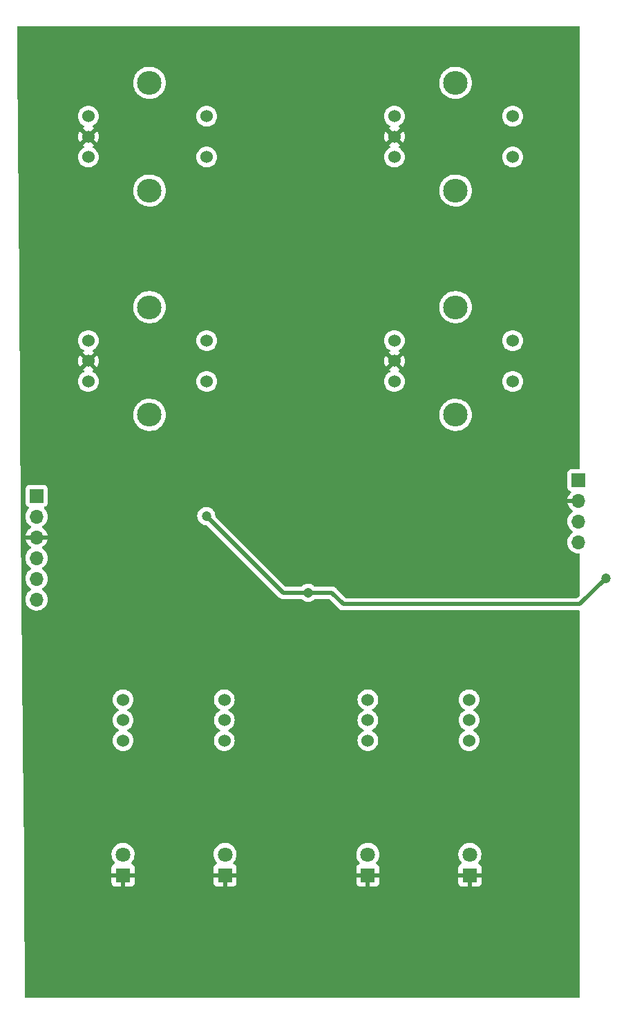
<source format=gbr>
%TF.GenerationSoftware,KiCad,Pcbnew,(6.0.11)*%
%TF.CreationDate,2023-02-27T19:33:45-08:00*%
%TF.ProjectId,IOBoard_ATSAMD21,494f426f-6172-4645-9f41-5453414d4432,rev?*%
%TF.SameCoordinates,Original*%
%TF.FileFunction,Copper,L2,Bot*%
%TF.FilePolarity,Positive*%
%FSLAX46Y46*%
G04 Gerber Fmt 4.6, Leading zero omitted, Abs format (unit mm)*
G04 Created by KiCad (PCBNEW (6.0.11)) date 2023-02-27 19:33:45*
%MOMM*%
%LPD*%
G01*
G04 APERTURE LIST*
%TA.AperFunction,ComponentPad*%
%ADD10C,1.524000*%
%TD*%
%TA.AperFunction,ComponentPad*%
%ADD11R,1.700000X1.700000*%
%TD*%
%TA.AperFunction,ComponentPad*%
%ADD12O,1.700000X1.700000*%
%TD*%
%TA.AperFunction,ComponentPad*%
%ADD13R,1.800000X1.800000*%
%TD*%
%TA.AperFunction,ComponentPad*%
%ADD14C,1.800000*%
%TD*%
%TA.AperFunction,ComponentPad*%
%ADD15O,3.000000X2.900000*%
%TD*%
%TA.AperFunction,ViaPad*%
%ADD16C,0.800000*%
%TD*%
%TA.AperFunction,ViaPad*%
%ADD17C,1.200000*%
%TD*%
%TA.AperFunction,Conductor*%
%ADD18C,0.500000*%
%TD*%
G04 APERTURE END LIST*
D10*
%TO.P,SW1,1*%
%TO.N,+3.3V*%
X81600000Y-130500000D03*
%TO.P,SW1,2*%
%TO.N,Net-(SW1-Pad2)*%
X81600000Y-128000000D03*
%TO.P,SW1,3*%
%TO.N,unconnected-(SW1-Pad3)*%
X81600000Y-133000000D03*
%TD*%
%TO.P,SW2,1*%
%TO.N,+3.3V*%
X94005000Y-130500000D03*
%TO.P,SW2,2*%
%TO.N,Net-(SW2-Pad2)*%
X94005000Y-128000000D03*
%TO.P,SW2,3*%
%TO.N,unconnected-(SW2-Pad3)*%
X94005000Y-133000000D03*
%TD*%
%TO.P,SW3,1*%
%TO.N,+3.3V*%
X111600000Y-130500000D03*
%TO.P,SW3,2*%
%TO.N,Net-(SW3-Pad2)*%
X111600000Y-128000000D03*
%TO.P,SW3,3*%
%TO.N,unconnected-(SW3-Pad3)*%
X111600000Y-133000000D03*
%TD*%
%TO.P,SW4,1*%
%TO.N,+3.3V*%
X124005000Y-130500000D03*
%TO.P,SW4,2*%
%TO.N,Net-(SW4-Pad2)*%
X124005000Y-128000000D03*
%TO.P,SW4,3*%
%TO.N,unconnected-(SW4-Pad3)*%
X124005000Y-133000000D03*
%TD*%
D11*
%TO.P,J1,1,~{MCLR}/VPP*%
%TO.N,Net-(J1-Pad1)*%
X71000000Y-103020000D03*
D12*
%TO.P,J1,2,VDD*%
%TO.N,+3.3V*%
X71000000Y-105560000D03*
%TO.P,J1,3,VSS*%
%TO.N,GND*%
X71000000Y-108100000D03*
%TO.P,J1,4,PGD/ICSPDAT*%
%TO.N,/SWDIO*%
X71000000Y-110640000D03*
%TO.P,J1,5,PGC/ICSPCLK*%
%TO.N,/SWCLK*%
X71000000Y-113180000D03*
%TO.P,J1,6,PGM/LVP*%
%TO.N,unconnected-(J1-Pad6)*%
X71000000Y-115720000D03*
%TD*%
D13*
%TO.P,D2,1,K*%
%TO.N,GND*%
X94100000Y-149500000D03*
D14*
%TO.P,D2,2,A*%
%TO.N,Net-(D2-Pad2)*%
X94100000Y-146960000D03*
%TD*%
D10*
%TO.P,ENC3,A,A*%
%TO.N,/ENC3_A*%
X114850000Y-84000000D03*
%TO.P,ENC3,B,B*%
%TO.N,/ENC3_B*%
X114850000Y-89000000D03*
%TO.P,ENC3,C,C*%
%TO.N,GND*%
X114850000Y-86500000D03*
%TO.P,ENC3,S1,S1*%
%TO.N,+3.3V*%
X129350000Y-84000000D03*
%TO.P,ENC3,S2,S2*%
%TO.N,/ENC3_SW*%
X129350000Y-89000000D03*
D15*
%TO.P,ENC3,SH*%
%TO.N,N/C*%
X122350000Y-93100000D03*
X122350000Y-79900000D03*
%TD*%
D10*
%TO.P,ENC1,A,A*%
%TO.N,/ENC1_A*%
X77350000Y-56500000D03*
%TO.P,ENC1,B,B*%
%TO.N,/ENC1_B*%
X77350000Y-61500000D03*
%TO.P,ENC1,C,C*%
%TO.N,GND*%
X77350000Y-59000000D03*
%TO.P,ENC1,S1,S1*%
%TO.N,+3.3V*%
X91850000Y-56500000D03*
%TO.P,ENC1,S2,S2*%
%TO.N,/ENC1_SW*%
X91850000Y-61500000D03*
D15*
%TO.P,ENC1,SH*%
%TO.N,N/C*%
X84850000Y-65600000D03*
X84850000Y-52400000D03*
%TD*%
D13*
%TO.P,D4,1,K*%
%TO.N,GND*%
X124100000Y-149500000D03*
D14*
%TO.P,D4,2,A*%
%TO.N,Net-(D4-Pad2)*%
X124100000Y-146960000D03*
%TD*%
D13*
%TO.P,D3,1,K*%
%TO.N,GND*%
X111600000Y-149500000D03*
D14*
%TO.P,D3,2,A*%
%TO.N,Net-(D3-Pad2)*%
X111600000Y-146960000D03*
%TD*%
D11*
%TO.P,J2,1,Pin_1*%
%TO.N,VCC*%
X137400000Y-101100000D03*
D12*
%TO.P,J2,2,Pin_2*%
%TO.N,GND*%
X137400000Y-103640000D03*
%TO.P,J2,3,Pin_3*%
%TO.N,/SDA*%
X137400000Y-106180000D03*
%TO.P,J2,4,Pin_4*%
%TO.N,/SCL*%
X137400000Y-108720000D03*
%TD*%
D10*
%TO.P,ENC0,A,A*%
%TO.N,/ENC0_A*%
X77350000Y-84000000D03*
%TO.P,ENC0,B,B*%
%TO.N,/ENC0_B*%
X77350000Y-89000000D03*
%TO.P,ENC0,C,C*%
%TO.N,GND*%
X77350000Y-86500000D03*
%TO.P,ENC0,S1,S1*%
%TO.N,+3.3V*%
X91850000Y-84000000D03*
%TO.P,ENC0,S2,S2*%
%TO.N,/ENC0_SW*%
X91850000Y-89000000D03*
D15*
%TO.P,ENC0,SH*%
%TO.N,N/C*%
X84850000Y-79900000D03*
X84850000Y-93100000D03*
%TD*%
D13*
%TO.P,D1,1,K*%
%TO.N,GND*%
X81600000Y-149500000D03*
D14*
%TO.P,D1,2,A*%
%TO.N,Net-(D1-Pad2)*%
X81600000Y-146960000D03*
%TD*%
D10*
%TO.P,ENC2,A,A*%
%TO.N,/ENC2_A*%
X114850000Y-56500000D03*
%TO.P,ENC2,B,B*%
%TO.N,/ENC2_B*%
X114850000Y-61500000D03*
%TO.P,ENC2,C,C*%
%TO.N,GND*%
X114850000Y-59000000D03*
%TO.P,ENC2,S1,S1*%
%TO.N,+3.3V*%
X129350000Y-56500000D03*
%TO.P,ENC2,S2,S2*%
%TO.N,/ENC2_SW*%
X129350000Y-61500000D03*
D15*
%TO.P,ENC2,SH*%
%TO.N,N/C*%
X122350000Y-65600000D03*
X122350000Y-52400000D03*
%TD*%
D16*
%TO.N,GND*%
X81600000Y-152000000D03*
X128800000Y-102100000D03*
X99400000Y-97700000D03*
X119100000Y-86500000D03*
X102850000Y-111250000D03*
X74000000Y-108100000D03*
X133400000Y-102700000D03*
X81600000Y-59000000D03*
X124100000Y-152000000D03*
X97000000Y-103700000D03*
X94100000Y-152000000D03*
X111622618Y-152028360D03*
X118600000Y-59000000D03*
X81100000Y-86500000D03*
X111800000Y-103900000D03*
D17*
%TO.N,+3.3V*%
X91800000Y-105500000D03*
X104285000Y-114900000D03*
X140800000Y-113100000D03*
%TD*%
D18*
%TO.N,+3.3V*%
X91800000Y-105500000D02*
X101200000Y-114900000D01*
X101200000Y-114900000D02*
X104285000Y-114900000D01*
X137600000Y-116300000D02*
X108600000Y-116300000D01*
X104285000Y-114900000D02*
X107200000Y-114900000D01*
X140800000Y-113100000D02*
X137600000Y-116300000D01*
X107200000Y-114900000D02*
X108600000Y-116300000D01*
%TD*%
%TA.AperFunction,Conductor*%
%TO.N,GND*%
G36*
X137542121Y-45520002D02*
G01*
X137588614Y-45573658D01*
X137600000Y-45626000D01*
X137600000Y-99615500D01*
X137579998Y-99683621D01*
X137526342Y-99730114D01*
X137474000Y-99741500D01*
X136501866Y-99741500D01*
X136439684Y-99748255D01*
X136303295Y-99799385D01*
X136186739Y-99886739D01*
X136099385Y-100003295D01*
X136048255Y-100139684D01*
X136041500Y-100201866D01*
X136041500Y-101998134D01*
X136048255Y-102060316D01*
X136099385Y-102196705D01*
X136186739Y-102313261D01*
X136303295Y-102400615D01*
X136311704Y-102403767D01*
X136311705Y-102403768D01*
X136420960Y-102444726D01*
X136477725Y-102487367D01*
X136502425Y-102553929D01*
X136487218Y-102623278D01*
X136467825Y-102649759D01*
X136344590Y-102778717D01*
X136338104Y-102786727D01*
X136218098Y-102962649D01*
X136213000Y-102971623D01*
X136123338Y-103164783D01*
X136119775Y-103174470D01*
X136064389Y-103374183D01*
X136065912Y-103382607D01*
X136078292Y-103386000D01*
X137528000Y-103386000D01*
X137596121Y-103406002D01*
X137600000Y-103410479D01*
X137600000Y-103865580D01*
X137580342Y-103882614D01*
X137528000Y-103894000D01*
X136083225Y-103894000D01*
X136069694Y-103897973D01*
X136068257Y-103907966D01*
X136098565Y-104042446D01*
X136101645Y-104052275D01*
X136181770Y-104249603D01*
X136186413Y-104258794D01*
X136297694Y-104440388D01*
X136303777Y-104448699D01*
X136443213Y-104609667D01*
X136450580Y-104616883D01*
X136614434Y-104752916D01*
X136622881Y-104758831D01*
X136691969Y-104799203D01*
X136740693Y-104850842D01*
X136753764Y-104920625D01*
X136727033Y-104986396D01*
X136686584Y-105019752D01*
X136673607Y-105026507D01*
X136669474Y-105029610D01*
X136669471Y-105029612D01*
X136541467Y-105125720D01*
X136494965Y-105160635D01*
X136340629Y-105322138D01*
X136337715Y-105326410D01*
X136337714Y-105326411D01*
X136326724Y-105342522D01*
X136214743Y-105506680D01*
X136199493Y-105539533D01*
X136134406Y-105679753D01*
X136120688Y-105709305D01*
X136060989Y-105924570D01*
X136037251Y-106146695D01*
X136037548Y-106151848D01*
X136037548Y-106151851D01*
X136043011Y-106246590D01*
X136050110Y-106369715D01*
X136051247Y-106374761D01*
X136051248Y-106374767D01*
X136075104Y-106480622D01*
X136099222Y-106587639D01*
X136183266Y-106794616D01*
X136185965Y-106799020D01*
X136289652Y-106968222D01*
X136299987Y-106985088D01*
X136446250Y-107153938D01*
X136618126Y-107296632D01*
X136688595Y-107337811D01*
X136691445Y-107339476D01*
X136740169Y-107391114D01*
X136753240Y-107460897D01*
X136726509Y-107526669D01*
X136686055Y-107560027D01*
X136673607Y-107566507D01*
X136669474Y-107569610D01*
X136669471Y-107569612D01*
X136554248Y-107656124D01*
X136494965Y-107700635D01*
X136491393Y-107704373D01*
X136359848Y-107842027D01*
X136340629Y-107862138D01*
X136214743Y-108046680D01*
X136120688Y-108249305D01*
X136060989Y-108464570D01*
X136037251Y-108686695D01*
X136037548Y-108691848D01*
X136037548Y-108691851D01*
X136044131Y-108806020D01*
X136050110Y-108909715D01*
X136051247Y-108914761D01*
X136051248Y-108914767D01*
X136065716Y-108978965D01*
X136099222Y-109127639D01*
X136133849Y-109212916D01*
X136174877Y-109313955D01*
X136183266Y-109334616D01*
X136221273Y-109396638D01*
X136285901Y-109502101D01*
X136299987Y-109525088D01*
X136446250Y-109693938D01*
X136618126Y-109836632D01*
X136811000Y-109949338D01*
X137019692Y-110029030D01*
X137024760Y-110030061D01*
X137024763Y-110030062D01*
X137132379Y-110051957D01*
X137238597Y-110073567D01*
X137243772Y-110073757D01*
X137243774Y-110073757D01*
X137317369Y-110076455D01*
X137461837Y-110081753D01*
X137466964Y-110081096D01*
X137468292Y-110081036D01*
X137537249Y-110097932D01*
X137586125Y-110149426D01*
X137600000Y-110206907D01*
X137600000Y-115175129D01*
X137579998Y-115243250D01*
X137563095Y-115264224D01*
X137322724Y-115504595D01*
X137260412Y-115538621D01*
X137233629Y-115541500D01*
X108966371Y-115541500D01*
X108898250Y-115521498D01*
X108877276Y-115504595D01*
X107783770Y-114411089D01*
X107771384Y-114396677D01*
X107762851Y-114385082D01*
X107762846Y-114385077D01*
X107758508Y-114379182D01*
X107752930Y-114374443D01*
X107752927Y-114374440D01*
X107718232Y-114344965D01*
X107710716Y-114338035D01*
X107705021Y-114332340D01*
X107698880Y-114327482D01*
X107682749Y-114314719D01*
X107679345Y-114311928D01*
X107629297Y-114269409D01*
X107629295Y-114269408D01*
X107623715Y-114264667D01*
X107617199Y-114261339D01*
X107612150Y-114257972D01*
X107607021Y-114254805D01*
X107601284Y-114250266D01*
X107535125Y-114219345D01*
X107531225Y-114217439D01*
X107466192Y-114184231D01*
X107459084Y-114182492D01*
X107453441Y-114180393D01*
X107447678Y-114178476D01*
X107441050Y-114175378D01*
X107369583Y-114160513D01*
X107365299Y-114159543D01*
X107294390Y-114142192D01*
X107288788Y-114141844D01*
X107288785Y-114141844D01*
X107283236Y-114141500D01*
X107283238Y-114141464D01*
X107279245Y-114141225D01*
X107275053Y-114140851D01*
X107267885Y-114139360D01*
X107201675Y-114141151D01*
X107190479Y-114141454D01*
X107187072Y-114141500D01*
X105146917Y-114141500D01*
X105078796Y-114121498D01*
X105061388Y-114108024D01*
X104966948Y-114020724D01*
X104962703Y-114016800D01*
X104885179Y-113967886D01*
X104795288Y-113911169D01*
X104795283Y-113911167D01*
X104790404Y-113908088D01*
X104601180Y-113832595D01*
X104401366Y-113792849D01*
X104395592Y-113792773D01*
X104395588Y-113792773D01*
X104292452Y-113791424D01*
X104197655Y-113790183D01*
X104191958Y-113791162D01*
X104191957Y-113791162D01*
X104171856Y-113794616D01*
X103996870Y-113824684D01*
X103805734Y-113895198D01*
X103630649Y-113999363D01*
X103504225Y-114110233D01*
X103439823Y-114140109D01*
X103421150Y-114141500D01*
X101566371Y-114141500D01*
X101498250Y-114121498D01*
X101477276Y-114104595D01*
X92949562Y-105576881D01*
X92915536Y-105514569D01*
X92913186Y-105499315D01*
X92895137Y-105302880D01*
X92895136Y-105302877D01*
X92894608Y-105297126D01*
X92846266Y-105125720D01*
X92840875Y-105106606D01*
X92840874Y-105106604D01*
X92839307Y-105101047D01*
X92835979Y-105094297D01*
X92751756Y-104923510D01*
X92749201Y-104918329D01*
X92730796Y-104893681D01*
X92630758Y-104759715D01*
X92630758Y-104759714D01*
X92627305Y-104755091D01*
X92477703Y-104616800D01*
X92431675Y-104587759D01*
X92310288Y-104511169D01*
X92310283Y-104511167D01*
X92305404Y-104508088D01*
X92116180Y-104432595D01*
X91916366Y-104392849D01*
X91910592Y-104392773D01*
X91910588Y-104392773D01*
X91807452Y-104391424D01*
X91712655Y-104390183D01*
X91706958Y-104391162D01*
X91706957Y-104391162D01*
X91617654Y-104406507D01*
X91511870Y-104424684D01*
X91320734Y-104495198D01*
X91315773Y-104498150D01*
X91315772Y-104498150D01*
X91244362Y-104540635D01*
X91145649Y-104599363D01*
X90992478Y-104733690D01*
X90988911Y-104738215D01*
X90988906Y-104738220D01*
X90924306Y-104820165D01*
X90866351Y-104893681D01*
X90863662Y-104898792D01*
X90863660Y-104898795D01*
X90850657Y-104923510D01*
X90771492Y-105073978D01*
X90711078Y-105268543D01*
X90687132Y-105470859D01*
X90700457Y-105674151D01*
X90750605Y-105871610D01*
X90835898Y-106056624D01*
X90953479Y-106222997D01*
X91099410Y-106365157D01*
X91104206Y-106368362D01*
X91104209Y-106368364D01*
X91242264Y-106460609D01*
X91268803Y-106478342D01*
X91274106Y-106480620D01*
X91274109Y-106480622D01*
X91405891Y-106537240D01*
X91455987Y-106558763D01*
X91528817Y-106575243D01*
X91649055Y-106602450D01*
X91649060Y-106602451D01*
X91654692Y-106603725D01*
X91660463Y-106603952D01*
X91660465Y-106603952D01*
X91788980Y-106609001D01*
X91856263Y-106631662D01*
X91873128Y-106645809D01*
X100616230Y-115388911D01*
X100628616Y-115403323D01*
X100637149Y-115414918D01*
X100637154Y-115414923D01*
X100641492Y-115420818D01*
X100647070Y-115425557D01*
X100647073Y-115425560D01*
X100681768Y-115455035D01*
X100689284Y-115461965D01*
X100694979Y-115467660D01*
X100697861Y-115469940D01*
X100717251Y-115485281D01*
X100720655Y-115488072D01*
X100737664Y-115502522D01*
X100776285Y-115535333D01*
X100782801Y-115538661D01*
X100787838Y-115542020D01*
X100792977Y-115545194D01*
X100798716Y-115549734D01*
X100805349Y-115552834D01*
X100864837Y-115580636D01*
X100868791Y-115582569D01*
X100933808Y-115615769D01*
X100940924Y-115617510D01*
X100946554Y-115619604D01*
X100952321Y-115621523D01*
X100958950Y-115624621D01*
X100966110Y-115626110D01*
X100966112Y-115626111D01*
X101030396Y-115639482D01*
X101034680Y-115640452D01*
X101105610Y-115657808D01*
X101111212Y-115658156D01*
X101111215Y-115658156D01*
X101116764Y-115658500D01*
X101116762Y-115658536D01*
X101120752Y-115658775D01*
X101124950Y-115659150D01*
X101132115Y-115660640D01*
X101209520Y-115658546D01*
X101212928Y-115658500D01*
X103423696Y-115658500D01*
X103491817Y-115678502D01*
X103511618Y-115694246D01*
X103584410Y-115765157D01*
X103589206Y-115768362D01*
X103589209Y-115768364D01*
X103621452Y-115789908D01*
X103753803Y-115878342D01*
X103759106Y-115880620D01*
X103759109Y-115880622D01*
X103848115Y-115918862D01*
X103940987Y-115958763D01*
X104013817Y-115975243D01*
X104134055Y-116002450D01*
X104134060Y-116002451D01*
X104139692Y-116003725D01*
X104145463Y-116003952D01*
X104145465Y-116003952D01*
X104208470Y-116006427D01*
X104343263Y-116011723D01*
X104544883Y-115982490D01*
X104550347Y-115980635D01*
X104550352Y-115980634D01*
X104732327Y-115918862D01*
X104732332Y-115918860D01*
X104737799Y-115917004D01*
X104750815Y-115909715D01*
X104812567Y-115875132D01*
X104915551Y-115817458D01*
X105071657Y-115687626D01*
X105136821Y-115659445D01*
X105152226Y-115658500D01*
X106833629Y-115658500D01*
X106901750Y-115678502D01*
X106922724Y-115695405D01*
X108016230Y-116788911D01*
X108028616Y-116803323D01*
X108037149Y-116814918D01*
X108037154Y-116814923D01*
X108041492Y-116820818D01*
X108047070Y-116825557D01*
X108047073Y-116825560D01*
X108081768Y-116855035D01*
X108089284Y-116861965D01*
X108094979Y-116867660D01*
X108097861Y-116869940D01*
X108117251Y-116885281D01*
X108120655Y-116888072D01*
X108129042Y-116895197D01*
X108176285Y-116935333D01*
X108182801Y-116938661D01*
X108187850Y-116942028D01*
X108192979Y-116945195D01*
X108198716Y-116949734D01*
X108264875Y-116980655D01*
X108268769Y-116982558D01*
X108333808Y-117015769D01*
X108340916Y-117017508D01*
X108346559Y-117019607D01*
X108352322Y-117021524D01*
X108358950Y-117024622D01*
X108366112Y-117026112D01*
X108366113Y-117026112D01*
X108430412Y-117039486D01*
X108434696Y-117040456D01*
X108505610Y-117057808D01*
X108511212Y-117058156D01*
X108511215Y-117058156D01*
X108516764Y-117058500D01*
X108516762Y-117058536D01*
X108520755Y-117058775D01*
X108524947Y-117059149D01*
X108532115Y-117060640D01*
X108609520Y-117058546D01*
X108612928Y-117058500D01*
X137474000Y-117058500D01*
X137542121Y-117078502D01*
X137588614Y-117132158D01*
X137600000Y-117184500D01*
X137600000Y-164374000D01*
X137579998Y-164442121D01*
X137526342Y-164488614D01*
X137474000Y-164500000D01*
X69724946Y-164500000D01*
X69656825Y-164479998D01*
X69610332Y-164426342D01*
X69598950Y-164375059D01*
X69485782Y-150908000D01*
X69481888Y-150444669D01*
X80192001Y-150444669D01*
X80192371Y-150451490D01*
X80197895Y-150502352D01*
X80201521Y-150517604D01*
X80246676Y-150638054D01*
X80255214Y-150653649D01*
X80331715Y-150755724D01*
X80344276Y-150768285D01*
X80446351Y-150844786D01*
X80461946Y-150853324D01*
X80582394Y-150898478D01*
X80597649Y-150902105D01*
X80648514Y-150907631D01*
X80655328Y-150908000D01*
X81327885Y-150908000D01*
X81343124Y-150903525D01*
X81344329Y-150902135D01*
X81346000Y-150894452D01*
X81346000Y-150889884D01*
X81854000Y-150889884D01*
X81858475Y-150905123D01*
X81859865Y-150906328D01*
X81867548Y-150907999D01*
X82544669Y-150907999D01*
X82551490Y-150907629D01*
X82602352Y-150902105D01*
X82617604Y-150898479D01*
X82738054Y-150853324D01*
X82753649Y-150844786D01*
X82855724Y-150768285D01*
X82868285Y-150755724D01*
X82944786Y-150653649D01*
X82953324Y-150638054D01*
X82998478Y-150517606D01*
X83002105Y-150502351D01*
X83007631Y-150451486D01*
X83008000Y-150444672D01*
X83008000Y-150444669D01*
X92692001Y-150444669D01*
X92692371Y-150451490D01*
X92697895Y-150502352D01*
X92701521Y-150517604D01*
X92746676Y-150638054D01*
X92755214Y-150653649D01*
X92831715Y-150755724D01*
X92844276Y-150768285D01*
X92946351Y-150844786D01*
X92961946Y-150853324D01*
X93082394Y-150898478D01*
X93097649Y-150902105D01*
X93148514Y-150907631D01*
X93155328Y-150908000D01*
X93827885Y-150908000D01*
X93843124Y-150903525D01*
X93844329Y-150902135D01*
X93846000Y-150894452D01*
X93846000Y-150889884D01*
X94354000Y-150889884D01*
X94358475Y-150905123D01*
X94359865Y-150906328D01*
X94367548Y-150907999D01*
X95044669Y-150907999D01*
X95051490Y-150907629D01*
X95102352Y-150902105D01*
X95117604Y-150898479D01*
X95238054Y-150853324D01*
X95253649Y-150844786D01*
X95355724Y-150768285D01*
X95368285Y-150755724D01*
X95444786Y-150653649D01*
X95453324Y-150638054D01*
X95498478Y-150517606D01*
X95502105Y-150502351D01*
X95507631Y-150451486D01*
X95508000Y-150444672D01*
X95508000Y-150444669D01*
X110192001Y-150444669D01*
X110192371Y-150451490D01*
X110197895Y-150502352D01*
X110201521Y-150517604D01*
X110246676Y-150638054D01*
X110255214Y-150653649D01*
X110331715Y-150755724D01*
X110344276Y-150768285D01*
X110446351Y-150844786D01*
X110461946Y-150853324D01*
X110582394Y-150898478D01*
X110597649Y-150902105D01*
X110648514Y-150907631D01*
X110655328Y-150908000D01*
X111327885Y-150908000D01*
X111343124Y-150903525D01*
X111344329Y-150902135D01*
X111346000Y-150894452D01*
X111346000Y-150889884D01*
X111854000Y-150889884D01*
X111858475Y-150905123D01*
X111859865Y-150906328D01*
X111867548Y-150907999D01*
X112544669Y-150907999D01*
X112551490Y-150907629D01*
X112602352Y-150902105D01*
X112617604Y-150898479D01*
X112738054Y-150853324D01*
X112753649Y-150844786D01*
X112855724Y-150768285D01*
X112868285Y-150755724D01*
X112944786Y-150653649D01*
X112953324Y-150638054D01*
X112998478Y-150517606D01*
X113002105Y-150502351D01*
X113007631Y-150451486D01*
X113008000Y-150444672D01*
X113008000Y-150444669D01*
X122692001Y-150444669D01*
X122692371Y-150451490D01*
X122697895Y-150502352D01*
X122701521Y-150517604D01*
X122746676Y-150638054D01*
X122755214Y-150653649D01*
X122831715Y-150755724D01*
X122844276Y-150768285D01*
X122946351Y-150844786D01*
X122961946Y-150853324D01*
X123082394Y-150898478D01*
X123097649Y-150902105D01*
X123148514Y-150907631D01*
X123155328Y-150908000D01*
X123827885Y-150908000D01*
X123843124Y-150903525D01*
X123844329Y-150902135D01*
X123846000Y-150894452D01*
X123846000Y-150889884D01*
X124354000Y-150889884D01*
X124358475Y-150905123D01*
X124359865Y-150906328D01*
X124367548Y-150907999D01*
X125044669Y-150907999D01*
X125051490Y-150907629D01*
X125102352Y-150902105D01*
X125117604Y-150898479D01*
X125238054Y-150853324D01*
X125253649Y-150844786D01*
X125355724Y-150768285D01*
X125368285Y-150755724D01*
X125444786Y-150653649D01*
X125453324Y-150638054D01*
X125498478Y-150517606D01*
X125502105Y-150502351D01*
X125507631Y-150451486D01*
X125508000Y-150444672D01*
X125508000Y-149772115D01*
X125503525Y-149756876D01*
X125502135Y-149755671D01*
X125494452Y-149754000D01*
X124372115Y-149754000D01*
X124356876Y-149758475D01*
X124355671Y-149759865D01*
X124354000Y-149767548D01*
X124354000Y-150889884D01*
X123846000Y-150889884D01*
X123846000Y-149772115D01*
X123841525Y-149756876D01*
X123840135Y-149755671D01*
X123832452Y-149754000D01*
X122710116Y-149754000D01*
X122694877Y-149758475D01*
X122693672Y-149759865D01*
X122692001Y-149767548D01*
X122692001Y-150444669D01*
X113008000Y-150444669D01*
X113008000Y-149772115D01*
X113003525Y-149756876D01*
X113002135Y-149755671D01*
X112994452Y-149754000D01*
X111872115Y-149754000D01*
X111856876Y-149758475D01*
X111855671Y-149759865D01*
X111854000Y-149767548D01*
X111854000Y-150889884D01*
X111346000Y-150889884D01*
X111346000Y-149772115D01*
X111341525Y-149756876D01*
X111340135Y-149755671D01*
X111332452Y-149754000D01*
X110210116Y-149754000D01*
X110194877Y-149758475D01*
X110193672Y-149759865D01*
X110192001Y-149767548D01*
X110192001Y-150444669D01*
X95508000Y-150444669D01*
X95508000Y-149772115D01*
X95503525Y-149756876D01*
X95502135Y-149755671D01*
X95494452Y-149754000D01*
X94372115Y-149754000D01*
X94356876Y-149758475D01*
X94355671Y-149759865D01*
X94354000Y-149767548D01*
X94354000Y-150889884D01*
X93846000Y-150889884D01*
X93846000Y-149772115D01*
X93841525Y-149756876D01*
X93840135Y-149755671D01*
X93832452Y-149754000D01*
X92710116Y-149754000D01*
X92694877Y-149758475D01*
X92693672Y-149759865D01*
X92692001Y-149767548D01*
X92692001Y-150444669D01*
X83008000Y-150444669D01*
X83008000Y-149772115D01*
X83003525Y-149756876D01*
X83002135Y-149755671D01*
X82994452Y-149754000D01*
X81872115Y-149754000D01*
X81856876Y-149758475D01*
X81855671Y-149759865D01*
X81854000Y-149767548D01*
X81854000Y-150889884D01*
X81346000Y-150889884D01*
X81346000Y-149772115D01*
X81341525Y-149756876D01*
X81340135Y-149755671D01*
X81332452Y-149754000D01*
X80210116Y-149754000D01*
X80194877Y-149758475D01*
X80193672Y-149759865D01*
X80192001Y-149767548D01*
X80192001Y-150444669D01*
X69481888Y-150444669D01*
X69452315Y-146925469D01*
X80187095Y-146925469D01*
X80187392Y-146930622D01*
X80187392Y-146930625D01*
X80193067Y-147029041D01*
X80200427Y-147156697D01*
X80201564Y-147161743D01*
X80201565Y-147161749D01*
X80233741Y-147304523D01*
X80251346Y-147382642D01*
X80253288Y-147387424D01*
X80253289Y-147387428D01*
X80336540Y-147592450D01*
X80338484Y-147597237D01*
X80459501Y-147794719D01*
X80462882Y-147798622D01*
X80571653Y-147924191D01*
X80601135Y-147988776D01*
X80591020Y-148059049D01*
X80544519Y-148112697D01*
X80520646Y-148124670D01*
X80461944Y-148146677D01*
X80446351Y-148155214D01*
X80344276Y-148231715D01*
X80331715Y-148244276D01*
X80255214Y-148346351D01*
X80246676Y-148361946D01*
X80201522Y-148482394D01*
X80197895Y-148497649D01*
X80192369Y-148548514D01*
X80192000Y-148555328D01*
X80192000Y-149227885D01*
X80196475Y-149243124D01*
X80197865Y-149244329D01*
X80205548Y-149246000D01*
X82989884Y-149246000D01*
X83005123Y-149241525D01*
X83006328Y-149240135D01*
X83007999Y-149232452D01*
X83007999Y-148555331D01*
X83007629Y-148548510D01*
X83002105Y-148497648D01*
X82998479Y-148482396D01*
X82953324Y-148361946D01*
X82944786Y-148346351D01*
X82868285Y-148244276D01*
X82855724Y-148231715D01*
X82753649Y-148155214D01*
X82738052Y-148146675D01*
X82679415Y-148124693D01*
X82622650Y-148082052D01*
X82597950Y-148015490D01*
X82613157Y-147946141D01*
X82634703Y-147917461D01*
X82672641Y-147879654D01*
X82676303Y-147876005D01*
X82811458Y-147687917D01*
X82858641Y-147592450D01*
X82911784Y-147484922D01*
X82911785Y-147484920D01*
X82914078Y-147480280D01*
X82981408Y-147258671D01*
X83011640Y-147029041D01*
X83013327Y-146960000D01*
X83010488Y-146925469D01*
X92687095Y-146925469D01*
X92687392Y-146930622D01*
X92687392Y-146930625D01*
X92693067Y-147029041D01*
X92700427Y-147156697D01*
X92701564Y-147161743D01*
X92701565Y-147161749D01*
X92733741Y-147304523D01*
X92751346Y-147382642D01*
X92753288Y-147387424D01*
X92753289Y-147387428D01*
X92836540Y-147592450D01*
X92838484Y-147597237D01*
X92959501Y-147794719D01*
X92962882Y-147798622D01*
X93071653Y-147924191D01*
X93101135Y-147988776D01*
X93091020Y-148059049D01*
X93044519Y-148112697D01*
X93020646Y-148124670D01*
X92961944Y-148146677D01*
X92946351Y-148155214D01*
X92844276Y-148231715D01*
X92831715Y-148244276D01*
X92755214Y-148346351D01*
X92746676Y-148361946D01*
X92701522Y-148482394D01*
X92697895Y-148497649D01*
X92692369Y-148548514D01*
X92692000Y-148555328D01*
X92692000Y-149227885D01*
X92696475Y-149243124D01*
X92697865Y-149244329D01*
X92705548Y-149246000D01*
X95489884Y-149246000D01*
X95505123Y-149241525D01*
X95506328Y-149240135D01*
X95507999Y-149232452D01*
X95507999Y-148555331D01*
X95507629Y-148548510D01*
X95502105Y-148497648D01*
X95498479Y-148482396D01*
X95453324Y-148361946D01*
X95444786Y-148346351D01*
X95368285Y-148244276D01*
X95355724Y-148231715D01*
X95253649Y-148155214D01*
X95238052Y-148146675D01*
X95179415Y-148124693D01*
X95122650Y-148082052D01*
X95097950Y-148015490D01*
X95113157Y-147946141D01*
X95134703Y-147917461D01*
X95172641Y-147879654D01*
X95176303Y-147876005D01*
X95311458Y-147687917D01*
X95358641Y-147592450D01*
X95411784Y-147484922D01*
X95411785Y-147484920D01*
X95414078Y-147480280D01*
X95481408Y-147258671D01*
X95511640Y-147029041D01*
X95513327Y-146960000D01*
X95510488Y-146925469D01*
X110187095Y-146925469D01*
X110187392Y-146930622D01*
X110187392Y-146930625D01*
X110193067Y-147029041D01*
X110200427Y-147156697D01*
X110201564Y-147161743D01*
X110201565Y-147161749D01*
X110233741Y-147304523D01*
X110251346Y-147382642D01*
X110253288Y-147387424D01*
X110253289Y-147387428D01*
X110336540Y-147592450D01*
X110338484Y-147597237D01*
X110459501Y-147794719D01*
X110462882Y-147798622D01*
X110571653Y-147924191D01*
X110601135Y-147988776D01*
X110591020Y-148059049D01*
X110544519Y-148112697D01*
X110520646Y-148124670D01*
X110461944Y-148146677D01*
X110446351Y-148155214D01*
X110344276Y-148231715D01*
X110331715Y-148244276D01*
X110255214Y-148346351D01*
X110246676Y-148361946D01*
X110201522Y-148482394D01*
X110197895Y-148497649D01*
X110192369Y-148548514D01*
X110192000Y-148555328D01*
X110192000Y-149227885D01*
X110196475Y-149243124D01*
X110197865Y-149244329D01*
X110205548Y-149246000D01*
X112989884Y-149246000D01*
X113005123Y-149241525D01*
X113006328Y-149240135D01*
X113007999Y-149232452D01*
X113007999Y-148555331D01*
X113007629Y-148548510D01*
X113002105Y-148497648D01*
X112998479Y-148482396D01*
X112953324Y-148361946D01*
X112944786Y-148346351D01*
X112868285Y-148244276D01*
X112855724Y-148231715D01*
X112753649Y-148155214D01*
X112738052Y-148146675D01*
X112679415Y-148124693D01*
X112622650Y-148082052D01*
X112597950Y-148015490D01*
X112613157Y-147946141D01*
X112634703Y-147917461D01*
X112672641Y-147879654D01*
X112676303Y-147876005D01*
X112811458Y-147687917D01*
X112858641Y-147592450D01*
X112911784Y-147484922D01*
X112911785Y-147484920D01*
X112914078Y-147480280D01*
X112981408Y-147258671D01*
X113011640Y-147029041D01*
X113013327Y-146960000D01*
X113010488Y-146925469D01*
X122687095Y-146925469D01*
X122687392Y-146930622D01*
X122687392Y-146930625D01*
X122693067Y-147029041D01*
X122700427Y-147156697D01*
X122701564Y-147161743D01*
X122701565Y-147161749D01*
X122733741Y-147304523D01*
X122751346Y-147382642D01*
X122753288Y-147387424D01*
X122753289Y-147387428D01*
X122836540Y-147592450D01*
X122838484Y-147597237D01*
X122959501Y-147794719D01*
X122962882Y-147798622D01*
X123071653Y-147924191D01*
X123101135Y-147988776D01*
X123091020Y-148059049D01*
X123044519Y-148112697D01*
X123020646Y-148124670D01*
X122961944Y-148146677D01*
X122946351Y-148155214D01*
X122844276Y-148231715D01*
X122831715Y-148244276D01*
X122755214Y-148346351D01*
X122746676Y-148361946D01*
X122701522Y-148482394D01*
X122697895Y-148497649D01*
X122692369Y-148548514D01*
X122692000Y-148555328D01*
X122692000Y-149227885D01*
X122696475Y-149243124D01*
X122697865Y-149244329D01*
X122705548Y-149246000D01*
X125489884Y-149246000D01*
X125505123Y-149241525D01*
X125506328Y-149240135D01*
X125507999Y-149232452D01*
X125507999Y-148555331D01*
X125507629Y-148548510D01*
X125502105Y-148497648D01*
X125498479Y-148482396D01*
X125453324Y-148361946D01*
X125444786Y-148346351D01*
X125368285Y-148244276D01*
X125355724Y-148231715D01*
X125253649Y-148155214D01*
X125238052Y-148146675D01*
X125179415Y-148124693D01*
X125122650Y-148082052D01*
X125097950Y-148015490D01*
X125113157Y-147946141D01*
X125134703Y-147917461D01*
X125172641Y-147879654D01*
X125176303Y-147876005D01*
X125311458Y-147687917D01*
X125358641Y-147592450D01*
X125411784Y-147484922D01*
X125411785Y-147484920D01*
X125414078Y-147480280D01*
X125481408Y-147258671D01*
X125511640Y-147029041D01*
X125513327Y-146960000D01*
X125507032Y-146883434D01*
X125494773Y-146734318D01*
X125494772Y-146734312D01*
X125494349Y-146729167D01*
X125437925Y-146504533D01*
X125435866Y-146499797D01*
X125347630Y-146296868D01*
X125347628Y-146296865D01*
X125345570Y-146292131D01*
X125219764Y-146097665D01*
X125063887Y-145926358D01*
X125059836Y-145923159D01*
X125059832Y-145923155D01*
X124886177Y-145786011D01*
X124886172Y-145786008D01*
X124882123Y-145782810D01*
X124877607Y-145780317D01*
X124877604Y-145780315D01*
X124683879Y-145673373D01*
X124683875Y-145673371D01*
X124679355Y-145670876D01*
X124674486Y-145669152D01*
X124674482Y-145669150D01*
X124465903Y-145595288D01*
X124465899Y-145595287D01*
X124461028Y-145593562D01*
X124455935Y-145592655D01*
X124455932Y-145592654D01*
X124238095Y-145553851D01*
X124238089Y-145553850D01*
X124233006Y-145552945D01*
X124160096Y-145552054D01*
X124006581Y-145550179D01*
X124006579Y-145550179D01*
X124001411Y-145550116D01*
X123772464Y-145585150D01*
X123552314Y-145657106D01*
X123547726Y-145659494D01*
X123547722Y-145659496D01*
X123521065Y-145673373D01*
X123346872Y-145764052D01*
X123342739Y-145767155D01*
X123342736Y-145767157D01*
X123317625Y-145786011D01*
X123161655Y-145903117D01*
X123001639Y-146070564D01*
X122998725Y-146074836D01*
X122998724Y-146074837D01*
X122983152Y-146097665D01*
X122871119Y-146261899D01*
X122773602Y-146471981D01*
X122711707Y-146695169D01*
X122687095Y-146925469D01*
X113010488Y-146925469D01*
X113007032Y-146883434D01*
X112994773Y-146734318D01*
X112994772Y-146734312D01*
X112994349Y-146729167D01*
X112937925Y-146504533D01*
X112935866Y-146499797D01*
X112847630Y-146296868D01*
X112847628Y-146296865D01*
X112845570Y-146292131D01*
X112719764Y-146097665D01*
X112563887Y-145926358D01*
X112559836Y-145923159D01*
X112559832Y-145923155D01*
X112386177Y-145786011D01*
X112386172Y-145786008D01*
X112382123Y-145782810D01*
X112377607Y-145780317D01*
X112377604Y-145780315D01*
X112183879Y-145673373D01*
X112183875Y-145673371D01*
X112179355Y-145670876D01*
X112174486Y-145669152D01*
X112174482Y-145669150D01*
X111965903Y-145595288D01*
X111965899Y-145595287D01*
X111961028Y-145593562D01*
X111955935Y-145592655D01*
X111955932Y-145592654D01*
X111738095Y-145553851D01*
X111738089Y-145553850D01*
X111733006Y-145552945D01*
X111660096Y-145552054D01*
X111506581Y-145550179D01*
X111506579Y-145550179D01*
X111501411Y-145550116D01*
X111272464Y-145585150D01*
X111052314Y-145657106D01*
X111047726Y-145659494D01*
X111047722Y-145659496D01*
X111021065Y-145673373D01*
X110846872Y-145764052D01*
X110842739Y-145767155D01*
X110842736Y-145767157D01*
X110817625Y-145786011D01*
X110661655Y-145903117D01*
X110501639Y-146070564D01*
X110498725Y-146074836D01*
X110498724Y-146074837D01*
X110483152Y-146097665D01*
X110371119Y-146261899D01*
X110273602Y-146471981D01*
X110211707Y-146695169D01*
X110187095Y-146925469D01*
X95510488Y-146925469D01*
X95507032Y-146883434D01*
X95494773Y-146734318D01*
X95494772Y-146734312D01*
X95494349Y-146729167D01*
X95437925Y-146504533D01*
X95435866Y-146499797D01*
X95347630Y-146296868D01*
X95347628Y-146296865D01*
X95345570Y-146292131D01*
X95219764Y-146097665D01*
X95063887Y-145926358D01*
X95059836Y-145923159D01*
X95059832Y-145923155D01*
X94886177Y-145786011D01*
X94886172Y-145786008D01*
X94882123Y-145782810D01*
X94877607Y-145780317D01*
X94877604Y-145780315D01*
X94683879Y-145673373D01*
X94683875Y-145673371D01*
X94679355Y-145670876D01*
X94674486Y-145669152D01*
X94674482Y-145669150D01*
X94465903Y-145595288D01*
X94465899Y-145595287D01*
X94461028Y-145593562D01*
X94455935Y-145592655D01*
X94455932Y-145592654D01*
X94238095Y-145553851D01*
X94238089Y-145553850D01*
X94233006Y-145552945D01*
X94160096Y-145552054D01*
X94006581Y-145550179D01*
X94006579Y-145550179D01*
X94001411Y-145550116D01*
X93772464Y-145585150D01*
X93552314Y-145657106D01*
X93547726Y-145659494D01*
X93547722Y-145659496D01*
X93521065Y-145673373D01*
X93346872Y-145764052D01*
X93342739Y-145767155D01*
X93342736Y-145767157D01*
X93317625Y-145786011D01*
X93161655Y-145903117D01*
X93001639Y-146070564D01*
X92998725Y-146074836D01*
X92998724Y-146074837D01*
X92983152Y-146097665D01*
X92871119Y-146261899D01*
X92773602Y-146471981D01*
X92711707Y-146695169D01*
X92687095Y-146925469D01*
X83010488Y-146925469D01*
X83007032Y-146883434D01*
X82994773Y-146734318D01*
X82994772Y-146734312D01*
X82994349Y-146729167D01*
X82937925Y-146504533D01*
X82935866Y-146499797D01*
X82847630Y-146296868D01*
X82847628Y-146296865D01*
X82845570Y-146292131D01*
X82719764Y-146097665D01*
X82563887Y-145926358D01*
X82559836Y-145923159D01*
X82559832Y-145923155D01*
X82386177Y-145786011D01*
X82386172Y-145786008D01*
X82382123Y-145782810D01*
X82377607Y-145780317D01*
X82377604Y-145780315D01*
X82183879Y-145673373D01*
X82183875Y-145673371D01*
X82179355Y-145670876D01*
X82174486Y-145669152D01*
X82174482Y-145669150D01*
X81965903Y-145595288D01*
X81965899Y-145595287D01*
X81961028Y-145593562D01*
X81955935Y-145592655D01*
X81955932Y-145592654D01*
X81738095Y-145553851D01*
X81738089Y-145553850D01*
X81733006Y-145552945D01*
X81660096Y-145552054D01*
X81506581Y-145550179D01*
X81506579Y-145550179D01*
X81501411Y-145550116D01*
X81272464Y-145585150D01*
X81052314Y-145657106D01*
X81047726Y-145659494D01*
X81047722Y-145659496D01*
X81021065Y-145673373D01*
X80846872Y-145764052D01*
X80842739Y-145767155D01*
X80842736Y-145767157D01*
X80817625Y-145786011D01*
X80661655Y-145903117D01*
X80501639Y-146070564D01*
X80498725Y-146074836D01*
X80498724Y-146074837D01*
X80483152Y-146097665D01*
X80371119Y-146261899D01*
X80273602Y-146471981D01*
X80211707Y-146695169D01*
X80187095Y-146925469D01*
X69452315Y-146925469D01*
X69340611Y-133632689D01*
X69335294Y-133000000D01*
X80324647Y-133000000D01*
X80344022Y-133221463D01*
X80401560Y-133436196D01*
X80403882Y-133441177D01*
X80403883Y-133441178D01*
X80493186Y-133632689D01*
X80493189Y-133632694D01*
X80495512Y-133637676D01*
X80623023Y-133819781D01*
X80780219Y-133976977D01*
X80784727Y-133980134D01*
X80784730Y-133980136D01*
X80860495Y-134033187D01*
X80962323Y-134104488D01*
X80967305Y-134106811D01*
X80967310Y-134106814D01*
X81158822Y-134196117D01*
X81163804Y-134198440D01*
X81169112Y-134199862D01*
X81169114Y-134199863D01*
X81234949Y-134217503D01*
X81378537Y-134255978D01*
X81600000Y-134275353D01*
X81821463Y-134255978D01*
X81965051Y-134217503D01*
X82030886Y-134199863D01*
X82030888Y-134199862D01*
X82036196Y-134198440D01*
X82041178Y-134196117D01*
X82232690Y-134106814D01*
X82232695Y-134106811D01*
X82237677Y-134104488D01*
X82339505Y-134033187D01*
X82415270Y-133980136D01*
X82415273Y-133980134D01*
X82419781Y-133976977D01*
X82576977Y-133819781D01*
X82704488Y-133637676D01*
X82706811Y-133632694D01*
X82706814Y-133632689D01*
X82796117Y-133441178D01*
X82796118Y-133441177D01*
X82798440Y-133436196D01*
X82855978Y-133221463D01*
X82875353Y-133000000D01*
X92729647Y-133000000D01*
X92749022Y-133221463D01*
X92806560Y-133436196D01*
X92808882Y-133441177D01*
X92808883Y-133441178D01*
X92898186Y-133632689D01*
X92898189Y-133632694D01*
X92900512Y-133637676D01*
X93028023Y-133819781D01*
X93185219Y-133976977D01*
X93189727Y-133980134D01*
X93189730Y-133980136D01*
X93265495Y-134033187D01*
X93367323Y-134104488D01*
X93372305Y-134106811D01*
X93372310Y-134106814D01*
X93563822Y-134196117D01*
X93568804Y-134198440D01*
X93574112Y-134199862D01*
X93574114Y-134199863D01*
X93639949Y-134217503D01*
X93783537Y-134255978D01*
X94005000Y-134275353D01*
X94226463Y-134255978D01*
X94370051Y-134217503D01*
X94435886Y-134199863D01*
X94435888Y-134199862D01*
X94441196Y-134198440D01*
X94446178Y-134196117D01*
X94637690Y-134106814D01*
X94637695Y-134106811D01*
X94642677Y-134104488D01*
X94744505Y-134033187D01*
X94820270Y-133980136D01*
X94820273Y-133980134D01*
X94824781Y-133976977D01*
X94981977Y-133819781D01*
X95109488Y-133637676D01*
X95111811Y-133632694D01*
X95111814Y-133632689D01*
X95201117Y-133441178D01*
X95201118Y-133441177D01*
X95203440Y-133436196D01*
X95260978Y-133221463D01*
X95280353Y-133000000D01*
X110324647Y-133000000D01*
X110344022Y-133221463D01*
X110401560Y-133436196D01*
X110403882Y-133441177D01*
X110403883Y-133441178D01*
X110493186Y-133632689D01*
X110493189Y-133632694D01*
X110495512Y-133637676D01*
X110623023Y-133819781D01*
X110780219Y-133976977D01*
X110784727Y-133980134D01*
X110784730Y-133980136D01*
X110860495Y-134033187D01*
X110962323Y-134104488D01*
X110967305Y-134106811D01*
X110967310Y-134106814D01*
X111158822Y-134196117D01*
X111163804Y-134198440D01*
X111169112Y-134199862D01*
X111169114Y-134199863D01*
X111234949Y-134217503D01*
X111378537Y-134255978D01*
X111600000Y-134275353D01*
X111821463Y-134255978D01*
X111965051Y-134217503D01*
X112030886Y-134199863D01*
X112030888Y-134199862D01*
X112036196Y-134198440D01*
X112041178Y-134196117D01*
X112232690Y-134106814D01*
X112232695Y-134106811D01*
X112237677Y-134104488D01*
X112339505Y-134033187D01*
X112415270Y-133980136D01*
X112415273Y-133980134D01*
X112419781Y-133976977D01*
X112576977Y-133819781D01*
X112704488Y-133637676D01*
X112706811Y-133632694D01*
X112706814Y-133632689D01*
X112796117Y-133441178D01*
X112796118Y-133441177D01*
X112798440Y-133436196D01*
X112855978Y-133221463D01*
X112875353Y-133000000D01*
X122729647Y-133000000D01*
X122749022Y-133221463D01*
X122806560Y-133436196D01*
X122808882Y-133441177D01*
X122808883Y-133441178D01*
X122898186Y-133632689D01*
X122898189Y-133632694D01*
X122900512Y-133637676D01*
X123028023Y-133819781D01*
X123185219Y-133976977D01*
X123189727Y-133980134D01*
X123189730Y-133980136D01*
X123265495Y-134033187D01*
X123367323Y-134104488D01*
X123372305Y-134106811D01*
X123372310Y-134106814D01*
X123563822Y-134196117D01*
X123568804Y-134198440D01*
X123574112Y-134199862D01*
X123574114Y-134199863D01*
X123639949Y-134217503D01*
X123783537Y-134255978D01*
X124005000Y-134275353D01*
X124226463Y-134255978D01*
X124370051Y-134217503D01*
X124435886Y-134199863D01*
X124435888Y-134199862D01*
X124441196Y-134198440D01*
X124446178Y-134196117D01*
X124637690Y-134106814D01*
X124637695Y-134106811D01*
X124642677Y-134104488D01*
X124744505Y-134033187D01*
X124820270Y-133980136D01*
X124820273Y-133980134D01*
X124824781Y-133976977D01*
X124981977Y-133819781D01*
X125109488Y-133637676D01*
X125111811Y-133632694D01*
X125111814Y-133632689D01*
X125201117Y-133441178D01*
X125201118Y-133441177D01*
X125203440Y-133436196D01*
X125260978Y-133221463D01*
X125280353Y-133000000D01*
X125260978Y-132778537D01*
X125203440Y-132563804D01*
X125201117Y-132558822D01*
X125111814Y-132367311D01*
X125111811Y-132367306D01*
X125109488Y-132362324D01*
X124981977Y-132180219D01*
X124824781Y-132023023D01*
X124820273Y-132019866D01*
X124820270Y-132019864D01*
X124744505Y-131966813D01*
X124642677Y-131895512D01*
X124637695Y-131893189D01*
X124637690Y-131893186D01*
X124575517Y-131864195D01*
X124522232Y-131817278D01*
X124502771Y-131749001D01*
X124523313Y-131681041D01*
X124575517Y-131635805D01*
X124637690Y-131606814D01*
X124637695Y-131606811D01*
X124642677Y-131604488D01*
X124744505Y-131533187D01*
X124820270Y-131480136D01*
X124820273Y-131480134D01*
X124824781Y-131476977D01*
X124981977Y-131319781D01*
X125109488Y-131137676D01*
X125111811Y-131132694D01*
X125111814Y-131132689D01*
X125201117Y-130941178D01*
X125201118Y-130941177D01*
X125203440Y-130936196D01*
X125260978Y-130721463D01*
X125280353Y-130500000D01*
X125260978Y-130278537D01*
X125203440Y-130063804D01*
X125201117Y-130058822D01*
X125111814Y-129867311D01*
X125111811Y-129867306D01*
X125109488Y-129862324D01*
X124981977Y-129680219D01*
X124824781Y-129523023D01*
X124820273Y-129519866D01*
X124820270Y-129519864D01*
X124744505Y-129466813D01*
X124642677Y-129395512D01*
X124637695Y-129393189D01*
X124637690Y-129393186D01*
X124575517Y-129364195D01*
X124522232Y-129317278D01*
X124502771Y-129249001D01*
X124523313Y-129181041D01*
X124575517Y-129135805D01*
X124637690Y-129106814D01*
X124637695Y-129106811D01*
X124642677Y-129104488D01*
X124744505Y-129033187D01*
X124820270Y-128980136D01*
X124820273Y-128980134D01*
X124824781Y-128976977D01*
X124981977Y-128819781D01*
X125109488Y-128637676D01*
X125111811Y-128632694D01*
X125111814Y-128632689D01*
X125201117Y-128441178D01*
X125201118Y-128441177D01*
X125203440Y-128436196D01*
X125260978Y-128221463D01*
X125280353Y-128000000D01*
X125260978Y-127778537D01*
X125203440Y-127563804D01*
X125201117Y-127558822D01*
X125111814Y-127367311D01*
X125111811Y-127367306D01*
X125109488Y-127362324D01*
X124981977Y-127180219D01*
X124824781Y-127023023D01*
X124820273Y-127019866D01*
X124820270Y-127019864D01*
X124744505Y-126966813D01*
X124642677Y-126895512D01*
X124637695Y-126893189D01*
X124637690Y-126893186D01*
X124446178Y-126803883D01*
X124446177Y-126803882D01*
X124441196Y-126801560D01*
X124435888Y-126800138D01*
X124435886Y-126800137D01*
X124370051Y-126782497D01*
X124226463Y-126744022D01*
X124005000Y-126724647D01*
X123783537Y-126744022D01*
X123639949Y-126782497D01*
X123574114Y-126800137D01*
X123574112Y-126800138D01*
X123568804Y-126801560D01*
X123563823Y-126803882D01*
X123563822Y-126803883D01*
X123372311Y-126893186D01*
X123372306Y-126893189D01*
X123367324Y-126895512D01*
X123362817Y-126898668D01*
X123362815Y-126898669D01*
X123189730Y-127019864D01*
X123189727Y-127019866D01*
X123185219Y-127023023D01*
X123028023Y-127180219D01*
X122900512Y-127362324D01*
X122898189Y-127367306D01*
X122898186Y-127367311D01*
X122808883Y-127558822D01*
X122806560Y-127563804D01*
X122749022Y-127778537D01*
X122729647Y-128000000D01*
X122749022Y-128221463D01*
X122806560Y-128436196D01*
X122808882Y-128441177D01*
X122808883Y-128441178D01*
X122898186Y-128632689D01*
X122898189Y-128632694D01*
X122900512Y-128637676D01*
X123028023Y-128819781D01*
X123185219Y-128976977D01*
X123189727Y-128980134D01*
X123189730Y-128980136D01*
X123265495Y-129033187D01*
X123367323Y-129104488D01*
X123372305Y-129106811D01*
X123372310Y-129106814D01*
X123434483Y-129135805D01*
X123487768Y-129182722D01*
X123507229Y-129250999D01*
X123486687Y-129318959D01*
X123434483Y-129364195D01*
X123372311Y-129393186D01*
X123372306Y-129393189D01*
X123367324Y-129395512D01*
X123362817Y-129398668D01*
X123362815Y-129398669D01*
X123189730Y-129519864D01*
X123189727Y-129519866D01*
X123185219Y-129523023D01*
X123028023Y-129680219D01*
X122900512Y-129862324D01*
X122898189Y-129867306D01*
X122898186Y-129867311D01*
X122808883Y-130058822D01*
X122806560Y-130063804D01*
X122749022Y-130278537D01*
X122729647Y-130500000D01*
X122749022Y-130721463D01*
X122806560Y-130936196D01*
X122808882Y-130941177D01*
X122808883Y-130941178D01*
X122898186Y-131132689D01*
X122898189Y-131132694D01*
X122900512Y-131137676D01*
X123028023Y-131319781D01*
X123185219Y-131476977D01*
X123189727Y-131480134D01*
X123189730Y-131480136D01*
X123265495Y-131533187D01*
X123367323Y-131604488D01*
X123372305Y-131606811D01*
X123372310Y-131606814D01*
X123434483Y-131635805D01*
X123487768Y-131682722D01*
X123507229Y-131750999D01*
X123486687Y-131818959D01*
X123434483Y-131864195D01*
X123372311Y-131893186D01*
X123372306Y-131893189D01*
X123367324Y-131895512D01*
X123362817Y-131898668D01*
X123362815Y-131898669D01*
X123189730Y-132019864D01*
X123189727Y-132019866D01*
X123185219Y-132023023D01*
X123028023Y-132180219D01*
X122900512Y-132362324D01*
X122898189Y-132367306D01*
X122898186Y-132367311D01*
X122808883Y-132558822D01*
X122806560Y-132563804D01*
X122749022Y-132778537D01*
X122729647Y-133000000D01*
X112875353Y-133000000D01*
X112855978Y-132778537D01*
X112798440Y-132563804D01*
X112796117Y-132558822D01*
X112706814Y-132367311D01*
X112706811Y-132367306D01*
X112704488Y-132362324D01*
X112576977Y-132180219D01*
X112419781Y-132023023D01*
X112415273Y-132019866D01*
X112415270Y-132019864D01*
X112339505Y-131966813D01*
X112237677Y-131895512D01*
X112232695Y-131893189D01*
X112232690Y-131893186D01*
X112170517Y-131864195D01*
X112117232Y-131817278D01*
X112097771Y-131749001D01*
X112118313Y-131681041D01*
X112170517Y-131635805D01*
X112232690Y-131606814D01*
X112232695Y-131606811D01*
X112237677Y-131604488D01*
X112339505Y-131533187D01*
X112415270Y-131480136D01*
X112415273Y-131480134D01*
X112419781Y-131476977D01*
X112576977Y-131319781D01*
X112704488Y-131137676D01*
X112706811Y-131132694D01*
X112706814Y-131132689D01*
X112796117Y-130941178D01*
X112796118Y-130941177D01*
X112798440Y-130936196D01*
X112855978Y-130721463D01*
X112875353Y-130500000D01*
X112855978Y-130278537D01*
X112798440Y-130063804D01*
X112796117Y-130058822D01*
X112706814Y-129867311D01*
X112706811Y-129867306D01*
X112704488Y-129862324D01*
X112576977Y-129680219D01*
X112419781Y-129523023D01*
X112415273Y-129519866D01*
X112415270Y-129519864D01*
X112339505Y-129466813D01*
X112237677Y-129395512D01*
X112232695Y-129393189D01*
X112232690Y-129393186D01*
X112170517Y-129364195D01*
X112117232Y-129317278D01*
X112097771Y-129249001D01*
X112118313Y-129181041D01*
X112170517Y-129135805D01*
X112232690Y-129106814D01*
X112232695Y-129106811D01*
X112237677Y-129104488D01*
X112339505Y-129033187D01*
X112415270Y-128980136D01*
X112415273Y-128980134D01*
X112419781Y-128976977D01*
X112576977Y-128819781D01*
X112704488Y-128637676D01*
X112706811Y-128632694D01*
X112706814Y-128632689D01*
X112796117Y-128441178D01*
X112796118Y-128441177D01*
X112798440Y-128436196D01*
X112855978Y-128221463D01*
X112875353Y-128000000D01*
X112855978Y-127778537D01*
X112798440Y-127563804D01*
X112796117Y-127558822D01*
X112706814Y-127367311D01*
X112706811Y-127367306D01*
X112704488Y-127362324D01*
X112576977Y-127180219D01*
X112419781Y-127023023D01*
X112415273Y-127019866D01*
X112415270Y-127019864D01*
X112339505Y-126966813D01*
X112237677Y-126895512D01*
X112232695Y-126893189D01*
X112232690Y-126893186D01*
X112041178Y-126803883D01*
X112041177Y-126803882D01*
X112036196Y-126801560D01*
X112030888Y-126800138D01*
X112030886Y-126800137D01*
X111965051Y-126782497D01*
X111821463Y-126744022D01*
X111600000Y-126724647D01*
X111378537Y-126744022D01*
X111234949Y-126782497D01*
X111169114Y-126800137D01*
X111169112Y-126800138D01*
X111163804Y-126801560D01*
X111158823Y-126803882D01*
X111158822Y-126803883D01*
X110967311Y-126893186D01*
X110967306Y-126893189D01*
X110962324Y-126895512D01*
X110957817Y-126898668D01*
X110957815Y-126898669D01*
X110784730Y-127019864D01*
X110784727Y-127019866D01*
X110780219Y-127023023D01*
X110623023Y-127180219D01*
X110495512Y-127362324D01*
X110493189Y-127367306D01*
X110493186Y-127367311D01*
X110403883Y-127558822D01*
X110401560Y-127563804D01*
X110344022Y-127778537D01*
X110324647Y-128000000D01*
X110344022Y-128221463D01*
X110401560Y-128436196D01*
X110403882Y-128441177D01*
X110403883Y-128441178D01*
X110493186Y-128632689D01*
X110493189Y-128632694D01*
X110495512Y-128637676D01*
X110623023Y-128819781D01*
X110780219Y-128976977D01*
X110784727Y-128980134D01*
X110784730Y-128980136D01*
X110860495Y-129033187D01*
X110962323Y-129104488D01*
X110967305Y-129106811D01*
X110967310Y-129106814D01*
X111029483Y-129135805D01*
X111082768Y-129182722D01*
X111102229Y-129250999D01*
X111081687Y-129318959D01*
X111029483Y-129364195D01*
X110967311Y-129393186D01*
X110967306Y-129393189D01*
X110962324Y-129395512D01*
X110957817Y-129398668D01*
X110957815Y-129398669D01*
X110784730Y-129519864D01*
X110784727Y-129519866D01*
X110780219Y-129523023D01*
X110623023Y-129680219D01*
X110495512Y-129862324D01*
X110493189Y-129867306D01*
X110493186Y-129867311D01*
X110403883Y-130058822D01*
X110401560Y-130063804D01*
X110344022Y-130278537D01*
X110324647Y-130500000D01*
X110344022Y-130721463D01*
X110401560Y-130936196D01*
X110403882Y-130941177D01*
X110403883Y-130941178D01*
X110493186Y-131132689D01*
X110493189Y-131132694D01*
X110495512Y-131137676D01*
X110623023Y-131319781D01*
X110780219Y-131476977D01*
X110784727Y-131480134D01*
X110784730Y-131480136D01*
X110860495Y-131533187D01*
X110962323Y-131604488D01*
X110967305Y-131606811D01*
X110967310Y-131606814D01*
X111029483Y-131635805D01*
X111082768Y-131682722D01*
X111102229Y-131750999D01*
X111081687Y-131818959D01*
X111029483Y-131864195D01*
X110967311Y-131893186D01*
X110967306Y-131893189D01*
X110962324Y-131895512D01*
X110957817Y-131898668D01*
X110957815Y-131898669D01*
X110784730Y-132019864D01*
X110784727Y-132019866D01*
X110780219Y-132023023D01*
X110623023Y-132180219D01*
X110495512Y-132362324D01*
X110493189Y-132367306D01*
X110493186Y-132367311D01*
X110403883Y-132558822D01*
X110401560Y-132563804D01*
X110344022Y-132778537D01*
X110324647Y-133000000D01*
X95280353Y-133000000D01*
X95260978Y-132778537D01*
X95203440Y-132563804D01*
X95201117Y-132558822D01*
X95111814Y-132367311D01*
X95111811Y-132367306D01*
X95109488Y-132362324D01*
X94981977Y-132180219D01*
X94824781Y-132023023D01*
X94820273Y-132019866D01*
X94820270Y-132019864D01*
X94744505Y-131966813D01*
X94642677Y-131895512D01*
X94637695Y-131893189D01*
X94637690Y-131893186D01*
X94575517Y-131864195D01*
X94522232Y-131817278D01*
X94502771Y-131749001D01*
X94523313Y-131681041D01*
X94575517Y-131635805D01*
X94637690Y-131606814D01*
X94637695Y-131606811D01*
X94642677Y-131604488D01*
X94744505Y-131533187D01*
X94820270Y-131480136D01*
X94820273Y-131480134D01*
X94824781Y-131476977D01*
X94981977Y-131319781D01*
X95109488Y-131137676D01*
X95111811Y-131132694D01*
X95111814Y-131132689D01*
X95201117Y-130941178D01*
X95201118Y-130941177D01*
X95203440Y-130936196D01*
X95260978Y-130721463D01*
X95280353Y-130500000D01*
X95260978Y-130278537D01*
X95203440Y-130063804D01*
X95201117Y-130058822D01*
X95111814Y-129867311D01*
X95111811Y-129867306D01*
X95109488Y-129862324D01*
X94981977Y-129680219D01*
X94824781Y-129523023D01*
X94820273Y-129519866D01*
X94820270Y-129519864D01*
X94744505Y-129466813D01*
X94642677Y-129395512D01*
X94637695Y-129393189D01*
X94637690Y-129393186D01*
X94575517Y-129364195D01*
X94522232Y-129317278D01*
X94502771Y-129249001D01*
X94523313Y-129181041D01*
X94575517Y-129135805D01*
X94637690Y-129106814D01*
X94637695Y-129106811D01*
X94642677Y-129104488D01*
X94744505Y-129033187D01*
X94820270Y-128980136D01*
X94820273Y-128980134D01*
X94824781Y-128976977D01*
X94981977Y-128819781D01*
X95109488Y-128637676D01*
X95111811Y-128632694D01*
X95111814Y-128632689D01*
X95201117Y-128441178D01*
X95201118Y-128441177D01*
X95203440Y-128436196D01*
X95260978Y-128221463D01*
X95280353Y-128000000D01*
X95260978Y-127778537D01*
X95203440Y-127563804D01*
X95201117Y-127558822D01*
X95111814Y-127367311D01*
X95111811Y-127367306D01*
X95109488Y-127362324D01*
X94981977Y-127180219D01*
X94824781Y-127023023D01*
X94820273Y-127019866D01*
X94820270Y-127019864D01*
X94744505Y-126966813D01*
X94642677Y-126895512D01*
X94637695Y-126893189D01*
X94637690Y-126893186D01*
X94446178Y-126803883D01*
X94446177Y-126803882D01*
X94441196Y-126801560D01*
X94435888Y-126800138D01*
X94435886Y-126800137D01*
X94370051Y-126782497D01*
X94226463Y-126744022D01*
X94005000Y-126724647D01*
X93783537Y-126744022D01*
X93639949Y-126782497D01*
X93574114Y-126800137D01*
X93574112Y-126800138D01*
X93568804Y-126801560D01*
X93563823Y-126803882D01*
X93563822Y-126803883D01*
X93372311Y-126893186D01*
X93372306Y-126893189D01*
X93367324Y-126895512D01*
X93362817Y-126898668D01*
X93362815Y-126898669D01*
X93189730Y-127019864D01*
X93189727Y-127019866D01*
X93185219Y-127023023D01*
X93028023Y-127180219D01*
X92900512Y-127362324D01*
X92898189Y-127367306D01*
X92898186Y-127367311D01*
X92808883Y-127558822D01*
X92806560Y-127563804D01*
X92749022Y-127778537D01*
X92729647Y-128000000D01*
X92749022Y-128221463D01*
X92806560Y-128436196D01*
X92808882Y-128441177D01*
X92808883Y-128441178D01*
X92898186Y-128632689D01*
X92898189Y-128632694D01*
X92900512Y-128637676D01*
X93028023Y-128819781D01*
X93185219Y-128976977D01*
X93189727Y-128980134D01*
X93189730Y-128980136D01*
X93265495Y-129033187D01*
X93367323Y-129104488D01*
X93372305Y-129106811D01*
X93372310Y-129106814D01*
X93434483Y-129135805D01*
X93487768Y-129182722D01*
X93507229Y-129250999D01*
X93486687Y-129318959D01*
X93434483Y-129364195D01*
X93372311Y-129393186D01*
X93372306Y-129393189D01*
X93367324Y-129395512D01*
X93362817Y-129398668D01*
X93362815Y-129398669D01*
X93189730Y-129519864D01*
X93189727Y-129519866D01*
X93185219Y-129523023D01*
X93028023Y-129680219D01*
X92900512Y-129862324D01*
X92898189Y-129867306D01*
X92898186Y-129867311D01*
X92808883Y-130058822D01*
X92806560Y-130063804D01*
X92749022Y-130278537D01*
X92729647Y-130500000D01*
X92749022Y-130721463D01*
X92806560Y-130936196D01*
X92808882Y-130941177D01*
X92808883Y-130941178D01*
X92898186Y-131132689D01*
X92898189Y-131132694D01*
X92900512Y-131137676D01*
X93028023Y-131319781D01*
X93185219Y-131476977D01*
X93189727Y-131480134D01*
X93189730Y-131480136D01*
X93265495Y-131533187D01*
X93367323Y-131604488D01*
X93372305Y-131606811D01*
X93372310Y-131606814D01*
X93434483Y-131635805D01*
X93487768Y-131682722D01*
X93507229Y-131750999D01*
X93486687Y-131818959D01*
X93434483Y-131864195D01*
X93372311Y-131893186D01*
X93372306Y-131893189D01*
X93367324Y-131895512D01*
X93362817Y-131898668D01*
X93362815Y-131898669D01*
X93189730Y-132019864D01*
X93189727Y-132019866D01*
X93185219Y-132023023D01*
X93028023Y-132180219D01*
X92900512Y-132362324D01*
X92898189Y-132367306D01*
X92898186Y-132367311D01*
X92808883Y-132558822D01*
X92806560Y-132563804D01*
X92749022Y-132778537D01*
X92729647Y-133000000D01*
X82875353Y-133000000D01*
X82855978Y-132778537D01*
X82798440Y-132563804D01*
X82796117Y-132558822D01*
X82706814Y-132367311D01*
X82706811Y-132367306D01*
X82704488Y-132362324D01*
X82576977Y-132180219D01*
X82419781Y-132023023D01*
X82415273Y-132019866D01*
X82415270Y-132019864D01*
X82339505Y-131966813D01*
X82237677Y-131895512D01*
X82232695Y-131893189D01*
X82232690Y-131893186D01*
X82170517Y-131864195D01*
X82117232Y-131817278D01*
X82097771Y-131749001D01*
X82118313Y-131681041D01*
X82170517Y-131635805D01*
X82232690Y-131606814D01*
X82232695Y-131606811D01*
X82237677Y-131604488D01*
X82339505Y-131533187D01*
X82415270Y-131480136D01*
X82415273Y-131480134D01*
X82419781Y-131476977D01*
X82576977Y-131319781D01*
X82704488Y-131137676D01*
X82706811Y-131132694D01*
X82706814Y-131132689D01*
X82796117Y-130941178D01*
X82796118Y-130941177D01*
X82798440Y-130936196D01*
X82855978Y-130721463D01*
X82875353Y-130500000D01*
X82855978Y-130278537D01*
X82798440Y-130063804D01*
X82796117Y-130058822D01*
X82706814Y-129867311D01*
X82706811Y-129867306D01*
X82704488Y-129862324D01*
X82576977Y-129680219D01*
X82419781Y-129523023D01*
X82415273Y-129519866D01*
X82415270Y-129519864D01*
X82339505Y-129466813D01*
X82237677Y-129395512D01*
X82232695Y-129393189D01*
X82232690Y-129393186D01*
X82170517Y-129364195D01*
X82117232Y-129317278D01*
X82097771Y-129249001D01*
X82118313Y-129181041D01*
X82170517Y-129135805D01*
X82232690Y-129106814D01*
X82232695Y-129106811D01*
X82237677Y-129104488D01*
X82339505Y-129033187D01*
X82415270Y-128980136D01*
X82415273Y-128980134D01*
X82419781Y-128976977D01*
X82576977Y-128819781D01*
X82704488Y-128637676D01*
X82706811Y-128632694D01*
X82706814Y-128632689D01*
X82796117Y-128441178D01*
X82796118Y-128441177D01*
X82798440Y-128436196D01*
X82855978Y-128221463D01*
X82875353Y-128000000D01*
X82855978Y-127778537D01*
X82798440Y-127563804D01*
X82796117Y-127558822D01*
X82706814Y-127367311D01*
X82706811Y-127367306D01*
X82704488Y-127362324D01*
X82576977Y-127180219D01*
X82419781Y-127023023D01*
X82415273Y-127019866D01*
X82415270Y-127019864D01*
X82339505Y-126966813D01*
X82237677Y-126895512D01*
X82232695Y-126893189D01*
X82232690Y-126893186D01*
X82041178Y-126803883D01*
X82041177Y-126803882D01*
X82036196Y-126801560D01*
X82030888Y-126800138D01*
X82030886Y-126800137D01*
X81965051Y-126782497D01*
X81821463Y-126744022D01*
X81600000Y-126724647D01*
X81378537Y-126744022D01*
X81234949Y-126782497D01*
X81169114Y-126800137D01*
X81169112Y-126800138D01*
X81163804Y-126801560D01*
X81158823Y-126803882D01*
X81158822Y-126803883D01*
X80967311Y-126893186D01*
X80967306Y-126893189D01*
X80962324Y-126895512D01*
X80957817Y-126898668D01*
X80957815Y-126898669D01*
X80784730Y-127019864D01*
X80784727Y-127019866D01*
X80780219Y-127023023D01*
X80623023Y-127180219D01*
X80495512Y-127362324D01*
X80493189Y-127367306D01*
X80493186Y-127367311D01*
X80403883Y-127558822D01*
X80401560Y-127563804D01*
X80344022Y-127778537D01*
X80324647Y-128000000D01*
X80344022Y-128221463D01*
X80401560Y-128436196D01*
X80403882Y-128441177D01*
X80403883Y-128441178D01*
X80493186Y-128632689D01*
X80493189Y-128632694D01*
X80495512Y-128637676D01*
X80623023Y-128819781D01*
X80780219Y-128976977D01*
X80784727Y-128980134D01*
X80784730Y-128980136D01*
X80860495Y-129033187D01*
X80962323Y-129104488D01*
X80967305Y-129106811D01*
X80967310Y-129106814D01*
X81029483Y-129135805D01*
X81082768Y-129182722D01*
X81102229Y-129250999D01*
X81081687Y-129318959D01*
X81029483Y-129364195D01*
X80967311Y-129393186D01*
X80967306Y-129393189D01*
X80962324Y-129395512D01*
X80957817Y-129398668D01*
X80957815Y-129398669D01*
X80784730Y-129519864D01*
X80784727Y-129519866D01*
X80780219Y-129523023D01*
X80623023Y-129680219D01*
X80495512Y-129862324D01*
X80493189Y-129867306D01*
X80493186Y-129867311D01*
X80403883Y-130058822D01*
X80401560Y-130063804D01*
X80344022Y-130278537D01*
X80324647Y-130500000D01*
X80344022Y-130721463D01*
X80401560Y-130936196D01*
X80403882Y-130941177D01*
X80403883Y-130941178D01*
X80493186Y-131132689D01*
X80493189Y-131132694D01*
X80495512Y-131137676D01*
X80623023Y-131319781D01*
X80780219Y-131476977D01*
X80784727Y-131480134D01*
X80784730Y-131480136D01*
X80860495Y-131533187D01*
X80962323Y-131604488D01*
X80967305Y-131606811D01*
X80967310Y-131606814D01*
X81029483Y-131635805D01*
X81082768Y-131682722D01*
X81102229Y-131750999D01*
X81081687Y-131818959D01*
X81029483Y-131864195D01*
X80967311Y-131893186D01*
X80967306Y-131893189D01*
X80962324Y-131895512D01*
X80957817Y-131898668D01*
X80957815Y-131898669D01*
X80784730Y-132019864D01*
X80784727Y-132019866D01*
X80780219Y-132023023D01*
X80623023Y-132180219D01*
X80495512Y-132362324D01*
X80493189Y-132367306D01*
X80493186Y-132367311D01*
X80403883Y-132558822D01*
X80401560Y-132563804D01*
X80344022Y-132778537D01*
X80324647Y-133000000D01*
X69335294Y-133000000D01*
X69189804Y-115686695D01*
X69637251Y-115686695D01*
X69637548Y-115691848D01*
X69637548Y-115691851D01*
X69649812Y-115904547D01*
X69650110Y-115909715D01*
X69651247Y-115914761D01*
X69651248Y-115914767D01*
X69672275Y-116008069D01*
X69699222Y-116127639D01*
X69783266Y-116334616D01*
X69899987Y-116525088D01*
X70046250Y-116693938D01*
X70218126Y-116836632D01*
X70411000Y-116949338D01*
X70619692Y-117029030D01*
X70624760Y-117030061D01*
X70624763Y-117030062D01*
X70696874Y-117044733D01*
X70838597Y-117073567D01*
X70843772Y-117073757D01*
X70843774Y-117073757D01*
X71056673Y-117081564D01*
X71056677Y-117081564D01*
X71061837Y-117081753D01*
X71066957Y-117081097D01*
X71066959Y-117081097D01*
X71278288Y-117054025D01*
X71278289Y-117054025D01*
X71283416Y-117053368D01*
X71312198Y-117044733D01*
X71492429Y-116990661D01*
X71492434Y-116990659D01*
X71497384Y-116989174D01*
X71697994Y-116890896D01*
X71879860Y-116761173D01*
X72038096Y-116603489D01*
X72097594Y-116520689D01*
X72165435Y-116426277D01*
X72168453Y-116422077D01*
X72267430Y-116221811D01*
X72332370Y-116008069D01*
X72361529Y-115786590D01*
X72363156Y-115720000D01*
X72344852Y-115497361D01*
X72290431Y-115280702D01*
X72201354Y-115075840D01*
X72080014Y-114888277D01*
X71929670Y-114723051D01*
X71925619Y-114719852D01*
X71925615Y-114719848D01*
X71758414Y-114587800D01*
X71758410Y-114587798D01*
X71754359Y-114584598D01*
X71713053Y-114561796D01*
X71663084Y-114511364D01*
X71648312Y-114441921D01*
X71673428Y-114375516D01*
X71700780Y-114348909D01*
X71752625Y-114311928D01*
X71879860Y-114221173D01*
X71920127Y-114181047D01*
X72034435Y-114067137D01*
X72038096Y-114063489D01*
X72097594Y-113980689D01*
X72165435Y-113886277D01*
X72168453Y-113882077D01*
X72192909Y-113832595D01*
X72265136Y-113686453D01*
X72265137Y-113686451D01*
X72267430Y-113681811D01*
X72299900Y-113574940D01*
X72330865Y-113473023D01*
X72330865Y-113473021D01*
X72332370Y-113468069D01*
X72361529Y-113246590D01*
X72363156Y-113180000D01*
X72344852Y-112957361D01*
X72290431Y-112740702D01*
X72201354Y-112535840D01*
X72080014Y-112348277D01*
X71929670Y-112183051D01*
X71925619Y-112179852D01*
X71925615Y-112179848D01*
X71758414Y-112047800D01*
X71758410Y-112047798D01*
X71754359Y-112044598D01*
X71713053Y-112021796D01*
X71663084Y-111971364D01*
X71648312Y-111901921D01*
X71673428Y-111835516D01*
X71700780Y-111808909D01*
X71744603Y-111777650D01*
X71879860Y-111681173D01*
X72038096Y-111523489D01*
X72097594Y-111440689D01*
X72165435Y-111346277D01*
X72168453Y-111342077D01*
X72267430Y-111141811D01*
X72332370Y-110928069D01*
X72361529Y-110706590D01*
X72363156Y-110640000D01*
X72344852Y-110417361D01*
X72290431Y-110200702D01*
X72201354Y-109995840D01*
X72080014Y-109808277D01*
X71929670Y-109643051D01*
X71925619Y-109639852D01*
X71925615Y-109639848D01*
X71758414Y-109507800D01*
X71758410Y-109507798D01*
X71754359Y-109504598D01*
X71712569Y-109481529D01*
X71662598Y-109431097D01*
X71647826Y-109361654D01*
X71672942Y-109295248D01*
X71700294Y-109268641D01*
X71875328Y-109143792D01*
X71883200Y-109137139D01*
X72034052Y-108986812D01*
X72040730Y-108978965D01*
X72165003Y-108806020D01*
X72170313Y-108797183D01*
X72264670Y-108606267D01*
X72268469Y-108596672D01*
X72330377Y-108392910D01*
X72332555Y-108382837D01*
X72333986Y-108371962D01*
X72331775Y-108357778D01*
X72318617Y-108354000D01*
X69683225Y-108354000D01*
X69669694Y-108357973D01*
X69668257Y-108367966D01*
X69698565Y-108502446D01*
X69701645Y-108512275D01*
X69781770Y-108709603D01*
X69786413Y-108718794D01*
X69897694Y-108900388D01*
X69903777Y-108908699D01*
X70043213Y-109069667D01*
X70050580Y-109076883D01*
X70214434Y-109212916D01*
X70222881Y-109218831D01*
X70291969Y-109259203D01*
X70340693Y-109310842D01*
X70353764Y-109380625D01*
X70327033Y-109446396D01*
X70286584Y-109479752D01*
X70273607Y-109486507D01*
X70269474Y-109489610D01*
X70269471Y-109489612D01*
X70117801Y-109603489D01*
X70094965Y-109620635D01*
X69940629Y-109782138D01*
X69814743Y-109966680D01*
X69720688Y-110169305D01*
X69660989Y-110384570D01*
X69637251Y-110606695D01*
X69637548Y-110611848D01*
X69637548Y-110611851D01*
X69643011Y-110706590D01*
X69650110Y-110829715D01*
X69651247Y-110834761D01*
X69651248Y-110834767D01*
X69671119Y-110922939D01*
X69699222Y-111047639D01*
X69783266Y-111254616D01*
X69899987Y-111445088D01*
X70046250Y-111613938D01*
X70218126Y-111756632D01*
X70288595Y-111797811D01*
X70291445Y-111799476D01*
X70340169Y-111851114D01*
X70353240Y-111920897D01*
X70326509Y-111986669D01*
X70286055Y-112020027D01*
X70273607Y-112026507D01*
X70269474Y-112029610D01*
X70269471Y-112029612D01*
X70245247Y-112047800D01*
X70094965Y-112160635D01*
X69940629Y-112322138D01*
X69814743Y-112506680D01*
X69720688Y-112709305D01*
X69660989Y-112924570D01*
X69637251Y-113146695D01*
X69637548Y-113151848D01*
X69637548Y-113151851D01*
X69643011Y-113246590D01*
X69650110Y-113369715D01*
X69651247Y-113374761D01*
X69651248Y-113374767D01*
X69659621Y-113411919D01*
X69699222Y-113587639D01*
X69783266Y-113794616D01*
X69807852Y-113834737D01*
X69854690Y-113911169D01*
X69899987Y-113985088D01*
X70046250Y-114153938D01*
X70218126Y-114296632D01*
X70279233Y-114332340D01*
X70291445Y-114339476D01*
X70340169Y-114391114D01*
X70353240Y-114460897D01*
X70326509Y-114526669D01*
X70286055Y-114560027D01*
X70273607Y-114566507D01*
X70269474Y-114569610D01*
X70269471Y-114569612D01*
X70245247Y-114587800D01*
X70094965Y-114700635D01*
X69940629Y-114862138D01*
X69814743Y-115046680D01*
X69799003Y-115080590D01*
X69723499Y-115243250D01*
X69720688Y-115249305D01*
X69660989Y-115464570D01*
X69637251Y-115686695D01*
X69189804Y-115686695D01*
X69104426Y-105526695D01*
X69637251Y-105526695D01*
X69637548Y-105531848D01*
X69637548Y-105531851D01*
X69645753Y-105674151D01*
X69650110Y-105749715D01*
X69651247Y-105754761D01*
X69651248Y-105754767D01*
X69671119Y-105842939D01*
X69699222Y-105967639D01*
X69737270Y-106061340D01*
X69771929Y-106146695D01*
X69783266Y-106174616D01*
X69899987Y-106365088D01*
X70046250Y-106533938D01*
X70218126Y-106676632D01*
X70226989Y-106681811D01*
X70291955Y-106719774D01*
X70340679Y-106771412D01*
X70353750Y-106841195D01*
X70327019Y-106906967D01*
X70286562Y-106940327D01*
X70278457Y-106944546D01*
X70269738Y-106950036D01*
X70099433Y-107077905D01*
X70091726Y-107084748D01*
X69944590Y-107238717D01*
X69938104Y-107246727D01*
X69818098Y-107422649D01*
X69813000Y-107431623D01*
X69723338Y-107624783D01*
X69719775Y-107634470D01*
X69664389Y-107834183D01*
X69665912Y-107842607D01*
X69678292Y-107846000D01*
X72318344Y-107846000D01*
X72331875Y-107842027D01*
X72333180Y-107832947D01*
X72291214Y-107665875D01*
X72287894Y-107656124D01*
X72202972Y-107460814D01*
X72198105Y-107451739D01*
X72082426Y-107272926D01*
X72076136Y-107264757D01*
X71932806Y-107107240D01*
X71925273Y-107100215D01*
X71758139Y-106968222D01*
X71749556Y-106962520D01*
X71712602Y-106942120D01*
X71662631Y-106891687D01*
X71647859Y-106822245D01*
X71672975Y-106755839D01*
X71700327Y-106729232D01*
X71766809Y-106681811D01*
X71879860Y-106601173D01*
X71893442Y-106587639D01*
X72034435Y-106447137D01*
X72038096Y-106443489D01*
X72087478Y-106374767D01*
X72165435Y-106266277D01*
X72168453Y-106262077D01*
X72187768Y-106222997D01*
X72265136Y-106066453D01*
X72265137Y-106066451D01*
X72267430Y-106061811D01*
X72332370Y-105848069D01*
X72361529Y-105626590D01*
X72363156Y-105560000D01*
X72344852Y-105337361D01*
X72290431Y-105120702D01*
X72201354Y-104915840D01*
X72100352Y-104759715D01*
X72082822Y-104732617D01*
X72082820Y-104732614D01*
X72080014Y-104728277D01*
X72076532Y-104724450D01*
X71932798Y-104566488D01*
X71901746Y-104502642D01*
X71910141Y-104432143D01*
X71955317Y-104377375D01*
X71981761Y-104363706D01*
X72088297Y-104323767D01*
X72096705Y-104320615D01*
X72213261Y-104233261D01*
X72300615Y-104116705D01*
X72351745Y-103980316D01*
X72358500Y-103918134D01*
X72358500Y-102121866D01*
X72351745Y-102059684D01*
X72300615Y-101923295D01*
X72213261Y-101806739D01*
X72096705Y-101719385D01*
X71960316Y-101668255D01*
X71898134Y-101661500D01*
X70101866Y-101661500D01*
X70039684Y-101668255D01*
X69903295Y-101719385D01*
X69786739Y-101806739D01*
X69699385Y-101923295D01*
X69648255Y-102059684D01*
X69641500Y-102121866D01*
X69641500Y-103918134D01*
X69648255Y-103980316D01*
X69699385Y-104116705D01*
X69786739Y-104233261D01*
X69903295Y-104320615D01*
X69911704Y-104323767D01*
X69911705Y-104323768D01*
X70020451Y-104364535D01*
X70077216Y-104407176D01*
X70101916Y-104473738D01*
X70086709Y-104543087D01*
X70067316Y-104569568D01*
X69940629Y-104702138D01*
X69937715Y-104706410D01*
X69937714Y-104706411D01*
X69907178Y-104751175D01*
X69814743Y-104886680D01*
X69768457Y-104986396D01*
X69727803Y-105073978D01*
X69720688Y-105089305D01*
X69660989Y-105304570D01*
X69637251Y-105526695D01*
X69104426Y-105526695D01*
X68999741Y-93069159D01*
X82836739Y-93069159D01*
X82836983Y-93073594D01*
X82836983Y-93073598D01*
X82840378Y-93135273D01*
X82851980Y-93346092D01*
X82906089Y-93618116D01*
X82907565Y-93622319D01*
X82925370Y-93673019D01*
X82997986Y-93879801D01*
X83000039Y-93883754D01*
X83000042Y-93883760D01*
X83072510Y-94023266D01*
X83125838Y-94125927D01*
X83128421Y-94129542D01*
X83128425Y-94129548D01*
X83165589Y-94181553D01*
X83287095Y-94351584D01*
X83478538Y-94552268D01*
X83696348Y-94723975D01*
X83700190Y-94726207D01*
X83700195Y-94726210D01*
X83932324Y-94861042D01*
X83932330Y-94861045D01*
X83936178Y-94863280D01*
X83940311Y-94864954D01*
X84189112Y-94965729D01*
X84189120Y-94965732D01*
X84193244Y-94967402D01*
X84362921Y-95009550D01*
X84458092Y-95033191D01*
X84458097Y-95033192D01*
X84462417Y-95034265D01*
X84698953Y-95058500D01*
X84970659Y-95058500D01*
X85176660Y-95043914D01*
X85181015Y-95042976D01*
X85181018Y-95042976D01*
X85443453Y-94986476D01*
X85443455Y-94986475D01*
X85447800Y-94985540D01*
X85708010Y-94889543D01*
X85952098Y-94757840D01*
X86175193Y-94593059D01*
X86178362Y-94589940D01*
X86178366Y-94589936D01*
X86272657Y-94497115D01*
X86372845Y-94398488D01*
X86408641Y-94351584D01*
X86538405Y-94181553D01*
X86538408Y-94181549D01*
X86541110Y-94178008D01*
X86676631Y-93936019D01*
X86696849Y-93883760D01*
X86775099Y-93681492D01*
X86776702Y-93677349D01*
X86789458Y-93622319D01*
X86838323Y-93411498D01*
X86839329Y-93407160D01*
X86863261Y-93130841D01*
X86860111Y-93073598D01*
X86859867Y-93069159D01*
X120336739Y-93069159D01*
X120336983Y-93073594D01*
X120336983Y-93073598D01*
X120340378Y-93135273D01*
X120351980Y-93346092D01*
X120406089Y-93618116D01*
X120407565Y-93622319D01*
X120425370Y-93673019D01*
X120497986Y-93879801D01*
X120500039Y-93883754D01*
X120500042Y-93883760D01*
X120572510Y-94023266D01*
X120625838Y-94125927D01*
X120628421Y-94129542D01*
X120628425Y-94129548D01*
X120665589Y-94181553D01*
X120787095Y-94351584D01*
X120978538Y-94552268D01*
X121196348Y-94723975D01*
X121200190Y-94726207D01*
X121200195Y-94726210D01*
X121432324Y-94861042D01*
X121432330Y-94861045D01*
X121436178Y-94863280D01*
X121440311Y-94864954D01*
X121689112Y-94965729D01*
X121689120Y-94965732D01*
X121693244Y-94967402D01*
X121862921Y-95009550D01*
X121958092Y-95033191D01*
X121958097Y-95033192D01*
X121962417Y-95034265D01*
X122198953Y-95058500D01*
X122470659Y-95058500D01*
X122676660Y-95043914D01*
X122681015Y-95042976D01*
X122681018Y-95042976D01*
X122943453Y-94986476D01*
X122943455Y-94986475D01*
X122947800Y-94985540D01*
X123208010Y-94889543D01*
X123452098Y-94757840D01*
X123675193Y-94593059D01*
X123678362Y-94589940D01*
X123678366Y-94589936D01*
X123772657Y-94497115D01*
X123872845Y-94398488D01*
X123908641Y-94351584D01*
X124038405Y-94181553D01*
X124038408Y-94181549D01*
X124041110Y-94178008D01*
X124176631Y-93936019D01*
X124196849Y-93883760D01*
X124275099Y-93681492D01*
X124276702Y-93677349D01*
X124289458Y-93622319D01*
X124338323Y-93411498D01*
X124339329Y-93407160D01*
X124363261Y-93130841D01*
X124360111Y-93073598D01*
X124348265Y-92858351D01*
X124348264Y-92858344D01*
X124348020Y-92853908D01*
X124293911Y-92581884D01*
X124287520Y-92563685D01*
X124203492Y-92324407D01*
X124203491Y-92324404D01*
X124202014Y-92320199D01*
X124199961Y-92316246D01*
X124199958Y-92316240D01*
X124076214Y-92078024D01*
X124074162Y-92074073D01*
X124071579Y-92070458D01*
X124071575Y-92070452D01*
X123915493Y-91852038D01*
X123912905Y-91848416D01*
X123721462Y-91647732D01*
X123503652Y-91476025D01*
X123499810Y-91473793D01*
X123499805Y-91473790D01*
X123267676Y-91338958D01*
X123267670Y-91338955D01*
X123263822Y-91336720D01*
X123204201Y-91312571D01*
X123010888Y-91234271D01*
X123010880Y-91234268D01*
X123006756Y-91232598D01*
X122837079Y-91190450D01*
X122741908Y-91166809D01*
X122741903Y-91166808D01*
X122737583Y-91165735D01*
X122501047Y-91141500D01*
X122229341Y-91141500D01*
X122023340Y-91156086D01*
X122018985Y-91157024D01*
X122018982Y-91157024D01*
X121756547Y-91213524D01*
X121756545Y-91213525D01*
X121752200Y-91214460D01*
X121491990Y-91310457D01*
X121247902Y-91442160D01*
X121024807Y-91606941D01*
X121021638Y-91610060D01*
X121021634Y-91610064D01*
X120983370Y-91647732D01*
X120827155Y-91801512D01*
X120824456Y-91805049D01*
X120824453Y-91805052D01*
X120788595Y-91852038D01*
X120658890Y-92021992D01*
X120523369Y-92263981D01*
X120521764Y-92268130D01*
X120521762Y-92268134D01*
X120501620Y-92320199D01*
X120423298Y-92522651D01*
X120422295Y-92526976D01*
X120422294Y-92526981D01*
X120409568Y-92581884D01*
X120360671Y-92792840D01*
X120336739Y-93069159D01*
X86859867Y-93069159D01*
X86848265Y-92858351D01*
X86848264Y-92858344D01*
X86848020Y-92853908D01*
X86793911Y-92581884D01*
X86787520Y-92563685D01*
X86703492Y-92324407D01*
X86703491Y-92324404D01*
X86702014Y-92320199D01*
X86699961Y-92316246D01*
X86699958Y-92316240D01*
X86576214Y-92078024D01*
X86574162Y-92074073D01*
X86571579Y-92070458D01*
X86571575Y-92070452D01*
X86415493Y-91852038D01*
X86412905Y-91848416D01*
X86221462Y-91647732D01*
X86003652Y-91476025D01*
X85999810Y-91473793D01*
X85999805Y-91473790D01*
X85767676Y-91338958D01*
X85767670Y-91338955D01*
X85763822Y-91336720D01*
X85704201Y-91312571D01*
X85510888Y-91234271D01*
X85510880Y-91234268D01*
X85506756Y-91232598D01*
X85337079Y-91190450D01*
X85241908Y-91166809D01*
X85241903Y-91166808D01*
X85237583Y-91165735D01*
X85001047Y-91141500D01*
X84729341Y-91141500D01*
X84523340Y-91156086D01*
X84518985Y-91157024D01*
X84518982Y-91157024D01*
X84256547Y-91213524D01*
X84256545Y-91213525D01*
X84252200Y-91214460D01*
X83991990Y-91310457D01*
X83747902Y-91442160D01*
X83524807Y-91606941D01*
X83521638Y-91610060D01*
X83521634Y-91610064D01*
X83483370Y-91647732D01*
X83327155Y-91801512D01*
X83324456Y-91805049D01*
X83324453Y-91805052D01*
X83288595Y-91852038D01*
X83158890Y-92021992D01*
X83023369Y-92263981D01*
X83021764Y-92268130D01*
X83021762Y-92268134D01*
X83001620Y-92320199D01*
X82923298Y-92522651D01*
X82922295Y-92526976D01*
X82922294Y-92526981D01*
X82909568Y-92581884D01*
X82860671Y-92792840D01*
X82836739Y-93069159D01*
X68999741Y-93069159D01*
X68965547Y-89000000D01*
X76074647Y-89000000D01*
X76094022Y-89221463D01*
X76151560Y-89436196D01*
X76153882Y-89441177D01*
X76153883Y-89441178D01*
X76243186Y-89632689D01*
X76243189Y-89632694D01*
X76245512Y-89637676D01*
X76373023Y-89819781D01*
X76530219Y-89976977D01*
X76534727Y-89980134D01*
X76534730Y-89980136D01*
X76610495Y-90033187D01*
X76712323Y-90104488D01*
X76717305Y-90106811D01*
X76717310Y-90106814D01*
X76908822Y-90196117D01*
X76913804Y-90198440D01*
X76919112Y-90199862D01*
X76919114Y-90199863D01*
X76984949Y-90217503D01*
X77128537Y-90255978D01*
X77350000Y-90275353D01*
X77571463Y-90255978D01*
X77715051Y-90217503D01*
X77780886Y-90199863D01*
X77780888Y-90199862D01*
X77786196Y-90198440D01*
X77791178Y-90196117D01*
X77982690Y-90106814D01*
X77982695Y-90106811D01*
X77987677Y-90104488D01*
X78089505Y-90033187D01*
X78165270Y-89980136D01*
X78165273Y-89980134D01*
X78169781Y-89976977D01*
X78326977Y-89819781D01*
X78454488Y-89637676D01*
X78456811Y-89632694D01*
X78456814Y-89632689D01*
X78546117Y-89441178D01*
X78546118Y-89441177D01*
X78548440Y-89436196D01*
X78605978Y-89221463D01*
X78625353Y-89000000D01*
X90574647Y-89000000D01*
X90594022Y-89221463D01*
X90651560Y-89436196D01*
X90653882Y-89441177D01*
X90653883Y-89441178D01*
X90743186Y-89632689D01*
X90743189Y-89632694D01*
X90745512Y-89637676D01*
X90873023Y-89819781D01*
X91030219Y-89976977D01*
X91034727Y-89980134D01*
X91034730Y-89980136D01*
X91110495Y-90033187D01*
X91212323Y-90104488D01*
X91217305Y-90106811D01*
X91217310Y-90106814D01*
X91408822Y-90196117D01*
X91413804Y-90198440D01*
X91419112Y-90199862D01*
X91419114Y-90199863D01*
X91484949Y-90217503D01*
X91628537Y-90255978D01*
X91850000Y-90275353D01*
X92071463Y-90255978D01*
X92215051Y-90217503D01*
X92280886Y-90199863D01*
X92280888Y-90199862D01*
X92286196Y-90198440D01*
X92291178Y-90196117D01*
X92482690Y-90106814D01*
X92482695Y-90106811D01*
X92487677Y-90104488D01*
X92589505Y-90033187D01*
X92665270Y-89980136D01*
X92665273Y-89980134D01*
X92669781Y-89976977D01*
X92826977Y-89819781D01*
X92954488Y-89637676D01*
X92956811Y-89632694D01*
X92956814Y-89632689D01*
X93046117Y-89441178D01*
X93046118Y-89441177D01*
X93048440Y-89436196D01*
X93105978Y-89221463D01*
X93125353Y-89000000D01*
X113574647Y-89000000D01*
X113594022Y-89221463D01*
X113651560Y-89436196D01*
X113653882Y-89441177D01*
X113653883Y-89441178D01*
X113743186Y-89632689D01*
X113743189Y-89632694D01*
X113745512Y-89637676D01*
X113873023Y-89819781D01*
X114030219Y-89976977D01*
X114034727Y-89980134D01*
X114034730Y-89980136D01*
X114110495Y-90033187D01*
X114212323Y-90104488D01*
X114217305Y-90106811D01*
X114217310Y-90106814D01*
X114408822Y-90196117D01*
X114413804Y-90198440D01*
X114419112Y-90199862D01*
X114419114Y-90199863D01*
X114484949Y-90217503D01*
X114628537Y-90255978D01*
X114850000Y-90275353D01*
X115071463Y-90255978D01*
X115215051Y-90217503D01*
X115280886Y-90199863D01*
X115280888Y-90199862D01*
X115286196Y-90198440D01*
X115291178Y-90196117D01*
X115482690Y-90106814D01*
X115482695Y-90106811D01*
X115487677Y-90104488D01*
X115589505Y-90033187D01*
X115665270Y-89980136D01*
X115665273Y-89980134D01*
X115669781Y-89976977D01*
X115826977Y-89819781D01*
X115954488Y-89637676D01*
X115956811Y-89632694D01*
X115956814Y-89632689D01*
X116046117Y-89441178D01*
X116046118Y-89441177D01*
X116048440Y-89436196D01*
X116105978Y-89221463D01*
X116125353Y-89000000D01*
X128074647Y-89000000D01*
X128094022Y-89221463D01*
X128151560Y-89436196D01*
X128153882Y-89441177D01*
X128153883Y-89441178D01*
X128243186Y-89632689D01*
X128243189Y-89632694D01*
X128245512Y-89637676D01*
X128373023Y-89819781D01*
X128530219Y-89976977D01*
X128534727Y-89980134D01*
X128534730Y-89980136D01*
X128610495Y-90033187D01*
X128712323Y-90104488D01*
X128717305Y-90106811D01*
X128717310Y-90106814D01*
X128908822Y-90196117D01*
X128913804Y-90198440D01*
X128919112Y-90199862D01*
X128919114Y-90199863D01*
X128984949Y-90217503D01*
X129128537Y-90255978D01*
X129350000Y-90275353D01*
X129571463Y-90255978D01*
X129715051Y-90217503D01*
X129780886Y-90199863D01*
X129780888Y-90199862D01*
X129786196Y-90198440D01*
X129791178Y-90196117D01*
X129982690Y-90106814D01*
X129982695Y-90106811D01*
X129987677Y-90104488D01*
X130089505Y-90033187D01*
X130165270Y-89980136D01*
X130165273Y-89980134D01*
X130169781Y-89976977D01*
X130326977Y-89819781D01*
X130454488Y-89637676D01*
X130456811Y-89632694D01*
X130456814Y-89632689D01*
X130546117Y-89441178D01*
X130546118Y-89441177D01*
X130548440Y-89436196D01*
X130605978Y-89221463D01*
X130625353Y-89000000D01*
X130605978Y-88778537D01*
X130548440Y-88563804D01*
X130546117Y-88558822D01*
X130456814Y-88367311D01*
X130456811Y-88367306D01*
X130454488Y-88362324D01*
X130326977Y-88180219D01*
X130169781Y-88023023D01*
X130165273Y-88019866D01*
X130165270Y-88019864D01*
X130089505Y-87966813D01*
X129987677Y-87895512D01*
X129982695Y-87893189D01*
X129982690Y-87893186D01*
X129791178Y-87803883D01*
X129791177Y-87803882D01*
X129786196Y-87801560D01*
X129780888Y-87800138D01*
X129780886Y-87800137D01*
X129715051Y-87782497D01*
X129571463Y-87744022D01*
X129350000Y-87724647D01*
X129128537Y-87744022D01*
X128984949Y-87782497D01*
X128919114Y-87800137D01*
X128919112Y-87800138D01*
X128913804Y-87801560D01*
X128908823Y-87803882D01*
X128908822Y-87803883D01*
X128717311Y-87893186D01*
X128717306Y-87893189D01*
X128712324Y-87895512D01*
X128707817Y-87898668D01*
X128707815Y-87898669D01*
X128534730Y-88019864D01*
X128534727Y-88019866D01*
X128530219Y-88023023D01*
X128373023Y-88180219D01*
X128245512Y-88362324D01*
X128243189Y-88367306D01*
X128243186Y-88367311D01*
X128153883Y-88558822D01*
X128151560Y-88563804D01*
X128094022Y-88778537D01*
X128074647Y-89000000D01*
X116125353Y-89000000D01*
X116105978Y-88778537D01*
X116048440Y-88563804D01*
X116046117Y-88558822D01*
X115956814Y-88367311D01*
X115956811Y-88367306D01*
X115954488Y-88362324D01*
X115826977Y-88180219D01*
X115669781Y-88023023D01*
X115665273Y-88019866D01*
X115665270Y-88019864D01*
X115589505Y-87966813D01*
X115487677Y-87895512D01*
X115482695Y-87893189D01*
X115482690Y-87893186D01*
X115419926Y-87863919D01*
X115366641Y-87817001D01*
X115347180Y-87748724D01*
X115367722Y-87680764D01*
X115419926Y-87635529D01*
X115482445Y-87606376D01*
X115491931Y-87600898D01*
X115535764Y-87570207D01*
X115544139Y-87559729D01*
X115537071Y-87546281D01*
X114862812Y-86872022D01*
X114848868Y-86864408D01*
X114847035Y-86864539D01*
X114840420Y-86868790D01*
X114162207Y-87547003D01*
X114155777Y-87558777D01*
X114165074Y-87570793D01*
X114208069Y-87600898D01*
X114217555Y-87606376D01*
X114280075Y-87635529D01*
X114333360Y-87682446D01*
X114352821Y-87750723D01*
X114332279Y-87818683D01*
X114280075Y-87863919D01*
X114217311Y-87893186D01*
X114217306Y-87893189D01*
X114212324Y-87895512D01*
X114207817Y-87898668D01*
X114207815Y-87898669D01*
X114034730Y-88019864D01*
X114034727Y-88019866D01*
X114030219Y-88023023D01*
X113873023Y-88180219D01*
X113745512Y-88362324D01*
X113743189Y-88367306D01*
X113743186Y-88367311D01*
X113653883Y-88558822D01*
X113651560Y-88563804D01*
X113594022Y-88778537D01*
X113574647Y-89000000D01*
X93125353Y-89000000D01*
X93105978Y-88778537D01*
X93048440Y-88563804D01*
X93046117Y-88558822D01*
X92956814Y-88367311D01*
X92956811Y-88367306D01*
X92954488Y-88362324D01*
X92826977Y-88180219D01*
X92669781Y-88023023D01*
X92665273Y-88019866D01*
X92665270Y-88019864D01*
X92589505Y-87966813D01*
X92487677Y-87895512D01*
X92482695Y-87893189D01*
X92482690Y-87893186D01*
X92291178Y-87803883D01*
X92291177Y-87803882D01*
X92286196Y-87801560D01*
X92280888Y-87800138D01*
X92280886Y-87800137D01*
X92215051Y-87782497D01*
X92071463Y-87744022D01*
X91850000Y-87724647D01*
X91628537Y-87744022D01*
X91484949Y-87782497D01*
X91419114Y-87800137D01*
X91419112Y-87800138D01*
X91413804Y-87801560D01*
X91408823Y-87803882D01*
X91408822Y-87803883D01*
X91217311Y-87893186D01*
X91217306Y-87893189D01*
X91212324Y-87895512D01*
X91207817Y-87898668D01*
X91207815Y-87898669D01*
X91034730Y-88019864D01*
X91034727Y-88019866D01*
X91030219Y-88023023D01*
X90873023Y-88180219D01*
X90745512Y-88362324D01*
X90743189Y-88367306D01*
X90743186Y-88367311D01*
X90653883Y-88558822D01*
X90651560Y-88563804D01*
X90594022Y-88778537D01*
X90574647Y-89000000D01*
X78625353Y-89000000D01*
X78605978Y-88778537D01*
X78548440Y-88563804D01*
X78546117Y-88558822D01*
X78456814Y-88367311D01*
X78456811Y-88367306D01*
X78454488Y-88362324D01*
X78326977Y-88180219D01*
X78169781Y-88023023D01*
X78165273Y-88019866D01*
X78165270Y-88019864D01*
X78089505Y-87966813D01*
X77987677Y-87895512D01*
X77982695Y-87893189D01*
X77982690Y-87893186D01*
X77919926Y-87863919D01*
X77866641Y-87817001D01*
X77847180Y-87748724D01*
X77867722Y-87680764D01*
X77919926Y-87635529D01*
X77982445Y-87606376D01*
X77991931Y-87600898D01*
X78035764Y-87570207D01*
X78044139Y-87559729D01*
X78037071Y-87546281D01*
X77362812Y-86872022D01*
X77348868Y-86864408D01*
X77347035Y-86864539D01*
X77340420Y-86868790D01*
X76662207Y-87547003D01*
X76655777Y-87558777D01*
X76665074Y-87570793D01*
X76708069Y-87600898D01*
X76717555Y-87606376D01*
X76780075Y-87635529D01*
X76833360Y-87682446D01*
X76852821Y-87750723D01*
X76832279Y-87818683D01*
X76780075Y-87863919D01*
X76717311Y-87893186D01*
X76717306Y-87893189D01*
X76712324Y-87895512D01*
X76707817Y-87898668D01*
X76707815Y-87898669D01*
X76534730Y-88019864D01*
X76534727Y-88019866D01*
X76530219Y-88023023D01*
X76373023Y-88180219D01*
X76245512Y-88362324D01*
X76243189Y-88367306D01*
X76243186Y-88367311D01*
X76153883Y-88558822D01*
X76151560Y-88563804D01*
X76094022Y-88778537D01*
X76074647Y-89000000D01*
X68965547Y-89000000D01*
X68944585Y-86505475D01*
X76075628Y-86505475D01*
X76094038Y-86715896D01*
X76095941Y-86726691D01*
X76150609Y-86930715D01*
X76154355Y-86941007D01*
X76243623Y-87132441D01*
X76249103Y-87141932D01*
X76279794Y-87185765D01*
X76290271Y-87194140D01*
X76303718Y-87187072D01*
X76977978Y-86512812D01*
X76984356Y-86501132D01*
X77714408Y-86501132D01*
X77714539Y-86502965D01*
X77718790Y-86509580D01*
X78397003Y-87187793D01*
X78408777Y-87194223D01*
X78420793Y-87184926D01*
X78450897Y-87141932D01*
X78456377Y-87132441D01*
X78545645Y-86941007D01*
X78549391Y-86930715D01*
X78604059Y-86726691D01*
X78605962Y-86715896D01*
X78624372Y-86505475D01*
X113575628Y-86505475D01*
X113594038Y-86715896D01*
X113595941Y-86726691D01*
X113650609Y-86930715D01*
X113654355Y-86941007D01*
X113743623Y-87132441D01*
X113749103Y-87141932D01*
X113779794Y-87185765D01*
X113790271Y-87194140D01*
X113803718Y-87187072D01*
X114477978Y-86512812D01*
X114484356Y-86501132D01*
X115214408Y-86501132D01*
X115214539Y-86502965D01*
X115218790Y-86509580D01*
X115897003Y-87187793D01*
X115908777Y-87194223D01*
X115920793Y-87184926D01*
X115950897Y-87141932D01*
X115956377Y-87132441D01*
X116045645Y-86941007D01*
X116049391Y-86930715D01*
X116104059Y-86726691D01*
X116105962Y-86715896D01*
X116124372Y-86505475D01*
X116124372Y-86494525D01*
X116105962Y-86284104D01*
X116104059Y-86273309D01*
X116049391Y-86069285D01*
X116045645Y-86058993D01*
X115956377Y-85867559D01*
X115950897Y-85858068D01*
X115920206Y-85814235D01*
X115909729Y-85805860D01*
X115896282Y-85812928D01*
X115222022Y-86487188D01*
X115214408Y-86501132D01*
X114484356Y-86501132D01*
X114485592Y-86498868D01*
X114485461Y-86497035D01*
X114481210Y-86490420D01*
X113802997Y-85812207D01*
X113791223Y-85805777D01*
X113779207Y-85815074D01*
X113749103Y-85858068D01*
X113743623Y-85867559D01*
X113654355Y-86058993D01*
X113650609Y-86069285D01*
X113595941Y-86273309D01*
X113594038Y-86284104D01*
X113575628Y-86494525D01*
X113575628Y-86505475D01*
X78624372Y-86505475D01*
X78624372Y-86494525D01*
X78605962Y-86284104D01*
X78604059Y-86273309D01*
X78549391Y-86069285D01*
X78545645Y-86058993D01*
X78456377Y-85867559D01*
X78450897Y-85858068D01*
X78420206Y-85814235D01*
X78409729Y-85805860D01*
X78396282Y-85812928D01*
X77722022Y-86487188D01*
X77714408Y-86501132D01*
X76984356Y-86501132D01*
X76985592Y-86498868D01*
X76985461Y-86497035D01*
X76981210Y-86490420D01*
X76302997Y-85812207D01*
X76291223Y-85805777D01*
X76279207Y-85815074D01*
X76249103Y-85858068D01*
X76243623Y-85867559D01*
X76154355Y-86058993D01*
X76150609Y-86069285D01*
X76095941Y-86273309D01*
X76094038Y-86284104D01*
X76075628Y-86494525D01*
X76075628Y-86505475D01*
X68944585Y-86505475D01*
X68923530Y-84000000D01*
X76074647Y-84000000D01*
X76094022Y-84221463D01*
X76151560Y-84436196D01*
X76153882Y-84441177D01*
X76153883Y-84441178D01*
X76243186Y-84632689D01*
X76243189Y-84632694D01*
X76245512Y-84637676D01*
X76373023Y-84819781D01*
X76530219Y-84976977D01*
X76534727Y-84980134D01*
X76534730Y-84980136D01*
X76610495Y-85033187D01*
X76712323Y-85104488D01*
X76780075Y-85136081D01*
X76833360Y-85182998D01*
X76852821Y-85251275D01*
X76832279Y-85319235D01*
X76780075Y-85364471D01*
X76717559Y-85393623D01*
X76708068Y-85399103D01*
X76664235Y-85429794D01*
X76655860Y-85440271D01*
X76662928Y-85453718D01*
X77337188Y-86127978D01*
X77351132Y-86135592D01*
X77352965Y-86135461D01*
X77359580Y-86131210D01*
X78037793Y-85452997D01*
X78044223Y-85441223D01*
X78034926Y-85429207D01*
X77991931Y-85399102D01*
X77982445Y-85393624D01*
X77919926Y-85364471D01*
X77866641Y-85317553D01*
X77847180Y-85249276D01*
X77867722Y-85181316D01*
X77919926Y-85136081D01*
X77982690Y-85106814D01*
X77982695Y-85106811D01*
X77987677Y-85104488D01*
X78089505Y-85033187D01*
X78165270Y-84980136D01*
X78165273Y-84980134D01*
X78169781Y-84976977D01*
X78326977Y-84819781D01*
X78454488Y-84637676D01*
X78456811Y-84632694D01*
X78456814Y-84632689D01*
X78546117Y-84441178D01*
X78546118Y-84441177D01*
X78548440Y-84436196D01*
X78605978Y-84221463D01*
X78625353Y-84000000D01*
X90574647Y-84000000D01*
X90594022Y-84221463D01*
X90651560Y-84436196D01*
X90653882Y-84441177D01*
X90653883Y-84441178D01*
X90743186Y-84632689D01*
X90743189Y-84632694D01*
X90745512Y-84637676D01*
X90873023Y-84819781D01*
X91030219Y-84976977D01*
X91034727Y-84980134D01*
X91034730Y-84980136D01*
X91110495Y-85033187D01*
X91212323Y-85104488D01*
X91217305Y-85106811D01*
X91217310Y-85106814D01*
X91377081Y-85181316D01*
X91413804Y-85198440D01*
X91419112Y-85199862D01*
X91419114Y-85199863D01*
X91484949Y-85217503D01*
X91628537Y-85255978D01*
X91850000Y-85275353D01*
X92071463Y-85255978D01*
X92215051Y-85217503D01*
X92280886Y-85199863D01*
X92280888Y-85199862D01*
X92286196Y-85198440D01*
X92322919Y-85181316D01*
X92482690Y-85106814D01*
X92482695Y-85106811D01*
X92487677Y-85104488D01*
X92589505Y-85033187D01*
X92665270Y-84980136D01*
X92665273Y-84980134D01*
X92669781Y-84976977D01*
X92826977Y-84819781D01*
X92954488Y-84637676D01*
X92956811Y-84632694D01*
X92956814Y-84632689D01*
X93046117Y-84441178D01*
X93046118Y-84441177D01*
X93048440Y-84436196D01*
X93105978Y-84221463D01*
X93125353Y-84000000D01*
X113574647Y-84000000D01*
X113594022Y-84221463D01*
X113651560Y-84436196D01*
X113653882Y-84441177D01*
X113653883Y-84441178D01*
X113743186Y-84632689D01*
X113743189Y-84632694D01*
X113745512Y-84637676D01*
X113873023Y-84819781D01*
X114030219Y-84976977D01*
X114034727Y-84980134D01*
X114034730Y-84980136D01*
X114110495Y-85033187D01*
X114212323Y-85104488D01*
X114280075Y-85136081D01*
X114333360Y-85182998D01*
X114352821Y-85251275D01*
X114332279Y-85319235D01*
X114280075Y-85364471D01*
X114217559Y-85393623D01*
X114208068Y-85399103D01*
X114164235Y-85429794D01*
X114155860Y-85440271D01*
X114162928Y-85453718D01*
X114837188Y-86127978D01*
X114851132Y-86135592D01*
X114852965Y-86135461D01*
X114859580Y-86131210D01*
X115537793Y-85452997D01*
X115544223Y-85441223D01*
X115534926Y-85429207D01*
X115491931Y-85399102D01*
X115482445Y-85393624D01*
X115419926Y-85364471D01*
X115366641Y-85317553D01*
X115347180Y-85249276D01*
X115367722Y-85181316D01*
X115419926Y-85136081D01*
X115482690Y-85106814D01*
X115482695Y-85106811D01*
X115487677Y-85104488D01*
X115589505Y-85033187D01*
X115665270Y-84980136D01*
X115665273Y-84980134D01*
X115669781Y-84976977D01*
X115826977Y-84819781D01*
X115954488Y-84637676D01*
X115956811Y-84632694D01*
X115956814Y-84632689D01*
X116046117Y-84441178D01*
X116046118Y-84441177D01*
X116048440Y-84436196D01*
X116105978Y-84221463D01*
X116125353Y-84000000D01*
X128074647Y-84000000D01*
X128094022Y-84221463D01*
X128151560Y-84436196D01*
X128153882Y-84441177D01*
X128153883Y-84441178D01*
X128243186Y-84632689D01*
X128243189Y-84632694D01*
X128245512Y-84637676D01*
X128373023Y-84819781D01*
X128530219Y-84976977D01*
X128534727Y-84980134D01*
X128534730Y-84980136D01*
X128610495Y-85033187D01*
X128712323Y-85104488D01*
X128717305Y-85106811D01*
X128717310Y-85106814D01*
X128877081Y-85181316D01*
X128913804Y-85198440D01*
X128919112Y-85199862D01*
X128919114Y-85199863D01*
X128984949Y-85217503D01*
X129128537Y-85255978D01*
X129350000Y-85275353D01*
X129571463Y-85255978D01*
X129715051Y-85217503D01*
X129780886Y-85199863D01*
X129780888Y-85199862D01*
X129786196Y-85198440D01*
X129822919Y-85181316D01*
X129982690Y-85106814D01*
X129982695Y-85106811D01*
X129987677Y-85104488D01*
X130089505Y-85033187D01*
X130165270Y-84980136D01*
X130165273Y-84980134D01*
X130169781Y-84976977D01*
X130326977Y-84819781D01*
X130454488Y-84637676D01*
X130456811Y-84632694D01*
X130456814Y-84632689D01*
X130546117Y-84441178D01*
X130546118Y-84441177D01*
X130548440Y-84436196D01*
X130605978Y-84221463D01*
X130625353Y-84000000D01*
X130605978Y-83778537D01*
X130548440Y-83563804D01*
X130546117Y-83558822D01*
X130456814Y-83367311D01*
X130456811Y-83367306D01*
X130454488Y-83362324D01*
X130326977Y-83180219D01*
X130169781Y-83023023D01*
X130165273Y-83019866D01*
X130165270Y-83019864D01*
X130089505Y-82966813D01*
X129987677Y-82895512D01*
X129982695Y-82893189D01*
X129982690Y-82893186D01*
X129791178Y-82803883D01*
X129791177Y-82803882D01*
X129786196Y-82801560D01*
X129780888Y-82800138D01*
X129780886Y-82800137D01*
X129715051Y-82782497D01*
X129571463Y-82744022D01*
X129350000Y-82724647D01*
X129128537Y-82744022D01*
X128984949Y-82782497D01*
X128919114Y-82800137D01*
X128919112Y-82800138D01*
X128913804Y-82801560D01*
X128908823Y-82803882D01*
X128908822Y-82803883D01*
X128717311Y-82893186D01*
X128717306Y-82893189D01*
X128712324Y-82895512D01*
X128707817Y-82898668D01*
X128707815Y-82898669D01*
X128534730Y-83019864D01*
X128534727Y-83019866D01*
X128530219Y-83023023D01*
X128373023Y-83180219D01*
X128245512Y-83362324D01*
X128243189Y-83367306D01*
X128243186Y-83367311D01*
X128153883Y-83558822D01*
X128151560Y-83563804D01*
X128094022Y-83778537D01*
X128074647Y-84000000D01*
X116125353Y-84000000D01*
X116105978Y-83778537D01*
X116048440Y-83563804D01*
X116046117Y-83558822D01*
X115956814Y-83367311D01*
X115956811Y-83367306D01*
X115954488Y-83362324D01*
X115826977Y-83180219D01*
X115669781Y-83023023D01*
X115665273Y-83019866D01*
X115665270Y-83019864D01*
X115589505Y-82966813D01*
X115487677Y-82895512D01*
X115482695Y-82893189D01*
X115482690Y-82893186D01*
X115291178Y-82803883D01*
X115291177Y-82803882D01*
X115286196Y-82801560D01*
X115280888Y-82800138D01*
X115280886Y-82800137D01*
X115215051Y-82782497D01*
X115071463Y-82744022D01*
X114850000Y-82724647D01*
X114628537Y-82744022D01*
X114484949Y-82782497D01*
X114419114Y-82800137D01*
X114419112Y-82800138D01*
X114413804Y-82801560D01*
X114408823Y-82803882D01*
X114408822Y-82803883D01*
X114217311Y-82893186D01*
X114217306Y-82893189D01*
X114212324Y-82895512D01*
X114207817Y-82898668D01*
X114207815Y-82898669D01*
X114034730Y-83019864D01*
X114034727Y-83019866D01*
X114030219Y-83023023D01*
X113873023Y-83180219D01*
X113745512Y-83362324D01*
X113743189Y-83367306D01*
X113743186Y-83367311D01*
X113653883Y-83558822D01*
X113651560Y-83563804D01*
X113594022Y-83778537D01*
X113574647Y-84000000D01*
X93125353Y-84000000D01*
X93105978Y-83778537D01*
X93048440Y-83563804D01*
X93046117Y-83558822D01*
X92956814Y-83367311D01*
X92956811Y-83367306D01*
X92954488Y-83362324D01*
X92826977Y-83180219D01*
X92669781Y-83023023D01*
X92665273Y-83019866D01*
X92665270Y-83019864D01*
X92589505Y-82966813D01*
X92487677Y-82895512D01*
X92482695Y-82893189D01*
X92482690Y-82893186D01*
X92291178Y-82803883D01*
X92291177Y-82803882D01*
X92286196Y-82801560D01*
X92280888Y-82800138D01*
X92280886Y-82800137D01*
X92215051Y-82782497D01*
X92071463Y-82744022D01*
X91850000Y-82724647D01*
X91628537Y-82744022D01*
X91484949Y-82782497D01*
X91419114Y-82800137D01*
X91419112Y-82800138D01*
X91413804Y-82801560D01*
X91408823Y-82803882D01*
X91408822Y-82803883D01*
X91217311Y-82893186D01*
X91217306Y-82893189D01*
X91212324Y-82895512D01*
X91207817Y-82898668D01*
X91207815Y-82898669D01*
X91034730Y-83019864D01*
X91034727Y-83019866D01*
X91030219Y-83023023D01*
X90873023Y-83180219D01*
X90745512Y-83362324D01*
X90743189Y-83367306D01*
X90743186Y-83367311D01*
X90653883Y-83558822D01*
X90651560Y-83563804D01*
X90594022Y-83778537D01*
X90574647Y-84000000D01*
X78625353Y-84000000D01*
X78605978Y-83778537D01*
X78548440Y-83563804D01*
X78546117Y-83558822D01*
X78456814Y-83367311D01*
X78456811Y-83367306D01*
X78454488Y-83362324D01*
X78326977Y-83180219D01*
X78169781Y-83023023D01*
X78165273Y-83019866D01*
X78165270Y-83019864D01*
X78089505Y-82966813D01*
X77987677Y-82895512D01*
X77982695Y-82893189D01*
X77982690Y-82893186D01*
X77791178Y-82803883D01*
X77791177Y-82803882D01*
X77786196Y-82801560D01*
X77780888Y-82800138D01*
X77780886Y-82800137D01*
X77715051Y-82782497D01*
X77571463Y-82744022D01*
X77350000Y-82724647D01*
X77128537Y-82744022D01*
X76984949Y-82782497D01*
X76919114Y-82800137D01*
X76919112Y-82800138D01*
X76913804Y-82801560D01*
X76908823Y-82803882D01*
X76908822Y-82803883D01*
X76717311Y-82893186D01*
X76717306Y-82893189D01*
X76712324Y-82895512D01*
X76707817Y-82898668D01*
X76707815Y-82898669D01*
X76534730Y-83019864D01*
X76534727Y-83019866D01*
X76530219Y-83023023D01*
X76373023Y-83180219D01*
X76245512Y-83362324D01*
X76243189Y-83367306D01*
X76243186Y-83367311D01*
X76153883Y-83558822D01*
X76151560Y-83563804D01*
X76094022Y-83778537D01*
X76074647Y-84000000D01*
X68923530Y-84000000D01*
X68888817Y-79869159D01*
X82836739Y-79869159D01*
X82836983Y-79873594D01*
X82836983Y-79873598D01*
X82840378Y-79935273D01*
X82851980Y-80146092D01*
X82906089Y-80418116D01*
X82907565Y-80422319D01*
X82925370Y-80473019D01*
X82997986Y-80679801D01*
X83000039Y-80683754D01*
X83000042Y-80683760D01*
X83072510Y-80823266D01*
X83125838Y-80925927D01*
X83128421Y-80929542D01*
X83128425Y-80929548D01*
X83165589Y-80981553D01*
X83287095Y-81151584D01*
X83478538Y-81352268D01*
X83696348Y-81523975D01*
X83700190Y-81526207D01*
X83700195Y-81526210D01*
X83932324Y-81661042D01*
X83932330Y-81661045D01*
X83936178Y-81663280D01*
X83940311Y-81664954D01*
X84189112Y-81765729D01*
X84189120Y-81765732D01*
X84193244Y-81767402D01*
X84362921Y-81809550D01*
X84458092Y-81833191D01*
X84458097Y-81833192D01*
X84462417Y-81834265D01*
X84698953Y-81858500D01*
X84970659Y-81858500D01*
X85176660Y-81843914D01*
X85181015Y-81842976D01*
X85181018Y-81842976D01*
X85443453Y-81786476D01*
X85443455Y-81786475D01*
X85447800Y-81785540D01*
X85708010Y-81689543D01*
X85952098Y-81557840D01*
X86175193Y-81393059D01*
X86178362Y-81389940D01*
X86178366Y-81389936D01*
X86272657Y-81297115D01*
X86372845Y-81198488D01*
X86408641Y-81151584D01*
X86538405Y-80981553D01*
X86538408Y-80981549D01*
X86541110Y-80978008D01*
X86676631Y-80736019D01*
X86696849Y-80683760D01*
X86775099Y-80481492D01*
X86776702Y-80477349D01*
X86789458Y-80422319D01*
X86838323Y-80211498D01*
X86839329Y-80207160D01*
X86863261Y-79930841D01*
X86860111Y-79873598D01*
X86859867Y-79869159D01*
X120336739Y-79869159D01*
X120336983Y-79873594D01*
X120336983Y-79873598D01*
X120340378Y-79935273D01*
X120351980Y-80146092D01*
X120406089Y-80418116D01*
X120407565Y-80422319D01*
X120425370Y-80473019D01*
X120497986Y-80679801D01*
X120500039Y-80683754D01*
X120500042Y-80683760D01*
X120572510Y-80823266D01*
X120625838Y-80925927D01*
X120628421Y-80929542D01*
X120628425Y-80929548D01*
X120665589Y-80981553D01*
X120787095Y-81151584D01*
X120978538Y-81352268D01*
X121196348Y-81523975D01*
X121200190Y-81526207D01*
X121200195Y-81526210D01*
X121432324Y-81661042D01*
X121432330Y-81661045D01*
X121436178Y-81663280D01*
X121440311Y-81664954D01*
X121689112Y-81765729D01*
X121689120Y-81765732D01*
X121693244Y-81767402D01*
X121862921Y-81809550D01*
X121958092Y-81833191D01*
X121958097Y-81833192D01*
X121962417Y-81834265D01*
X122198953Y-81858500D01*
X122470659Y-81858500D01*
X122676660Y-81843914D01*
X122681015Y-81842976D01*
X122681018Y-81842976D01*
X122943453Y-81786476D01*
X122943455Y-81786475D01*
X122947800Y-81785540D01*
X123208010Y-81689543D01*
X123452098Y-81557840D01*
X123675193Y-81393059D01*
X123678362Y-81389940D01*
X123678366Y-81389936D01*
X123772657Y-81297115D01*
X123872845Y-81198488D01*
X123908641Y-81151584D01*
X124038405Y-80981553D01*
X124038408Y-80981549D01*
X124041110Y-80978008D01*
X124176631Y-80736019D01*
X124196849Y-80683760D01*
X124275099Y-80481492D01*
X124276702Y-80477349D01*
X124289458Y-80422319D01*
X124338323Y-80211498D01*
X124339329Y-80207160D01*
X124363261Y-79930841D01*
X124360111Y-79873598D01*
X124348265Y-79658351D01*
X124348264Y-79658344D01*
X124348020Y-79653908D01*
X124293911Y-79381884D01*
X124287520Y-79363685D01*
X124203492Y-79124407D01*
X124203491Y-79124404D01*
X124202014Y-79120199D01*
X124199961Y-79116246D01*
X124199958Y-79116240D01*
X124076214Y-78878024D01*
X124074162Y-78874073D01*
X124071579Y-78870458D01*
X124071575Y-78870452D01*
X123915493Y-78652038D01*
X123912905Y-78648416D01*
X123721462Y-78447732D01*
X123503652Y-78276025D01*
X123499810Y-78273793D01*
X123499805Y-78273790D01*
X123267676Y-78138958D01*
X123267670Y-78138955D01*
X123263822Y-78136720D01*
X123204201Y-78112571D01*
X123010888Y-78034271D01*
X123010880Y-78034268D01*
X123006756Y-78032598D01*
X122837079Y-77990450D01*
X122741908Y-77966809D01*
X122741903Y-77966808D01*
X122737583Y-77965735D01*
X122501047Y-77941500D01*
X122229341Y-77941500D01*
X122023340Y-77956086D01*
X122018985Y-77957024D01*
X122018982Y-77957024D01*
X121756547Y-78013524D01*
X121756545Y-78013525D01*
X121752200Y-78014460D01*
X121491990Y-78110457D01*
X121247902Y-78242160D01*
X121024807Y-78406941D01*
X121021638Y-78410060D01*
X121021634Y-78410064D01*
X120983370Y-78447732D01*
X120827155Y-78601512D01*
X120824456Y-78605049D01*
X120824453Y-78605052D01*
X120788595Y-78652038D01*
X120658890Y-78821992D01*
X120523369Y-79063981D01*
X120521764Y-79068130D01*
X120521762Y-79068134D01*
X120501620Y-79120199D01*
X120423298Y-79322651D01*
X120422295Y-79326976D01*
X120422294Y-79326981D01*
X120409568Y-79381884D01*
X120360671Y-79592840D01*
X120336739Y-79869159D01*
X86859867Y-79869159D01*
X86848265Y-79658351D01*
X86848264Y-79658344D01*
X86848020Y-79653908D01*
X86793911Y-79381884D01*
X86787520Y-79363685D01*
X86703492Y-79124407D01*
X86703491Y-79124404D01*
X86702014Y-79120199D01*
X86699961Y-79116246D01*
X86699958Y-79116240D01*
X86576214Y-78878024D01*
X86574162Y-78874073D01*
X86571579Y-78870458D01*
X86571575Y-78870452D01*
X86415493Y-78652038D01*
X86412905Y-78648416D01*
X86221462Y-78447732D01*
X86003652Y-78276025D01*
X85999810Y-78273793D01*
X85999805Y-78273790D01*
X85767676Y-78138958D01*
X85767670Y-78138955D01*
X85763822Y-78136720D01*
X85704201Y-78112571D01*
X85510888Y-78034271D01*
X85510880Y-78034268D01*
X85506756Y-78032598D01*
X85337079Y-77990450D01*
X85241908Y-77966809D01*
X85241903Y-77966808D01*
X85237583Y-77965735D01*
X85001047Y-77941500D01*
X84729341Y-77941500D01*
X84523340Y-77956086D01*
X84518985Y-77957024D01*
X84518982Y-77957024D01*
X84256547Y-78013524D01*
X84256545Y-78013525D01*
X84252200Y-78014460D01*
X83991990Y-78110457D01*
X83747902Y-78242160D01*
X83524807Y-78406941D01*
X83521638Y-78410060D01*
X83521634Y-78410064D01*
X83483370Y-78447732D01*
X83327155Y-78601512D01*
X83324456Y-78605049D01*
X83324453Y-78605052D01*
X83288595Y-78652038D01*
X83158890Y-78821992D01*
X83023369Y-79063981D01*
X83021764Y-79068130D01*
X83021762Y-79068134D01*
X83001620Y-79120199D01*
X82923298Y-79322651D01*
X82922295Y-79326976D01*
X82922294Y-79326981D01*
X82909568Y-79381884D01*
X82860671Y-79592840D01*
X82836739Y-79869159D01*
X68888817Y-79869159D01*
X68768649Y-65569159D01*
X82836739Y-65569159D01*
X82836983Y-65573594D01*
X82836983Y-65573598D01*
X82840378Y-65635273D01*
X82851980Y-65846092D01*
X82906089Y-66118116D01*
X82907565Y-66122319D01*
X82925370Y-66173019D01*
X82997986Y-66379801D01*
X83000039Y-66383754D01*
X83000042Y-66383760D01*
X83072510Y-66523266D01*
X83125838Y-66625927D01*
X83128421Y-66629542D01*
X83128425Y-66629548D01*
X83165589Y-66681553D01*
X83287095Y-66851584D01*
X83478538Y-67052268D01*
X83696348Y-67223975D01*
X83700190Y-67226207D01*
X83700195Y-67226210D01*
X83932324Y-67361042D01*
X83932330Y-67361045D01*
X83936178Y-67363280D01*
X83940311Y-67364954D01*
X84189112Y-67465729D01*
X84189120Y-67465732D01*
X84193244Y-67467402D01*
X84362921Y-67509550D01*
X84458092Y-67533191D01*
X84458097Y-67533192D01*
X84462417Y-67534265D01*
X84698953Y-67558500D01*
X84970659Y-67558500D01*
X85176660Y-67543914D01*
X85181015Y-67542976D01*
X85181018Y-67542976D01*
X85443453Y-67486476D01*
X85443455Y-67486475D01*
X85447800Y-67485540D01*
X85708010Y-67389543D01*
X85952098Y-67257840D01*
X86175193Y-67093059D01*
X86178362Y-67089940D01*
X86178366Y-67089936D01*
X86272657Y-66997115D01*
X86372845Y-66898488D01*
X86408641Y-66851584D01*
X86538405Y-66681553D01*
X86538408Y-66681549D01*
X86541110Y-66678008D01*
X86676631Y-66436019D01*
X86696849Y-66383760D01*
X86775099Y-66181492D01*
X86776702Y-66177349D01*
X86789458Y-66122319D01*
X86838323Y-65911498D01*
X86839329Y-65907160D01*
X86863261Y-65630841D01*
X86860111Y-65573598D01*
X86859867Y-65569159D01*
X120336739Y-65569159D01*
X120336983Y-65573594D01*
X120336983Y-65573598D01*
X120340378Y-65635273D01*
X120351980Y-65846092D01*
X120406089Y-66118116D01*
X120407565Y-66122319D01*
X120425370Y-66173019D01*
X120497986Y-66379801D01*
X120500039Y-66383754D01*
X120500042Y-66383760D01*
X120572510Y-66523266D01*
X120625838Y-66625927D01*
X120628421Y-66629542D01*
X120628425Y-66629548D01*
X120665589Y-66681553D01*
X120787095Y-66851584D01*
X120978538Y-67052268D01*
X121196348Y-67223975D01*
X121200190Y-67226207D01*
X121200195Y-67226210D01*
X121432324Y-67361042D01*
X121432330Y-67361045D01*
X121436178Y-67363280D01*
X121440311Y-67364954D01*
X121689112Y-67465729D01*
X121689120Y-67465732D01*
X121693244Y-67467402D01*
X121862921Y-67509550D01*
X121958092Y-67533191D01*
X121958097Y-67533192D01*
X121962417Y-67534265D01*
X122198953Y-67558500D01*
X122470659Y-67558500D01*
X122676660Y-67543914D01*
X122681015Y-67542976D01*
X122681018Y-67542976D01*
X122943453Y-67486476D01*
X122943455Y-67486475D01*
X122947800Y-67485540D01*
X123208010Y-67389543D01*
X123452098Y-67257840D01*
X123675193Y-67093059D01*
X123678362Y-67089940D01*
X123678366Y-67089936D01*
X123772657Y-66997115D01*
X123872845Y-66898488D01*
X123908641Y-66851584D01*
X124038405Y-66681553D01*
X124038408Y-66681549D01*
X124041110Y-66678008D01*
X124176631Y-66436019D01*
X124196849Y-66383760D01*
X124275099Y-66181492D01*
X124276702Y-66177349D01*
X124289458Y-66122319D01*
X124338323Y-65911498D01*
X124339329Y-65907160D01*
X124363261Y-65630841D01*
X124360111Y-65573598D01*
X124348265Y-65358351D01*
X124348264Y-65358344D01*
X124348020Y-65353908D01*
X124293911Y-65081884D01*
X124287520Y-65063685D01*
X124203492Y-64824407D01*
X124203491Y-64824404D01*
X124202014Y-64820199D01*
X124199961Y-64816246D01*
X124199958Y-64816240D01*
X124076214Y-64578024D01*
X124074162Y-64574073D01*
X124071579Y-64570458D01*
X124071575Y-64570452D01*
X123915493Y-64352038D01*
X123912905Y-64348416D01*
X123721462Y-64147732D01*
X123503652Y-63976025D01*
X123499810Y-63973793D01*
X123499805Y-63973790D01*
X123267676Y-63838958D01*
X123267670Y-63838955D01*
X123263822Y-63836720D01*
X123204201Y-63812571D01*
X123010888Y-63734271D01*
X123010880Y-63734268D01*
X123006756Y-63732598D01*
X122837079Y-63690450D01*
X122741908Y-63666809D01*
X122741903Y-63666808D01*
X122737583Y-63665735D01*
X122501047Y-63641500D01*
X122229341Y-63641500D01*
X122023340Y-63656086D01*
X122018985Y-63657024D01*
X122018982Y-63657024D01*
X121756547Y-63713524D01*
X121756545Y-63713525D01*
X121752200Y-63714460D01*
X121491990Y-63810457D01*
X121247902Y-63942160D01*
X121024807Y-64106941D01*
X121021638Y-64110060D01*
X121021634Y-64110064D01*
X120983370Y-64147732D01*
X120827155Y-64301512D01*
X120824456Y-64305049D01*
X120824453Y-64305052D01*
X120788595Y-64352038D01*
X120658890Y-64521992D01*
X120523369Y-64763981D01*
X120521764Y-64768130D01*
X120521762Y-64768134D01*
X120501620Y-64820199D01*
X120423298Y-65022651D01*
X120422295Y-65026976D01*
X120422294Y-65026981D01*
X120409568Y-65081884D01*
X120360671Y-65292840D01*
X120336739Y-65569159D01*
X86859867Y-65569159D01*
X86848265Y-65358351D01*
X86848264Y-65358344D01*
X86848020Y-65353908D01*
X86793911Y-65081884D01*
X86787520Y-65063685D01*
X86703492Y-64824407D01*
X86703491Y-64824404D01*
X86702014Y-64820199D01*
X86699961Y-64816246D01*
X86699958Y-64816240D01*
X86576214Y-64578024D01*
X86574162Y-64574073D01*
X86571579Y-64570458D01*
X86571575Y-64570452D01*
X86415493Y-64352038D01*
X86412905Y-64348416D01*
X86221462Y-64147732D01*
X86003652Y-63976025D01*
X85999810Y-63973793D01*
X85999805Y-63973790D01*
X85767676Y-63838958D01*
X85767670Y-63838955D01*
X85763822Y-63836720D01*
X85704201Y-63812571D01*
X85510888Y-63734271D01*
X85510880Y-63734268D01*
X85506756Y-63732598D01*
X85337079Y-63690450D01*
X85241908Y-63666809D01*
X85241903Y-63666808D01*
X85237583Y-63665735D01*
X85001047Y-63641500D01*
X84729341Y-63641500D01*
X84523340Y-63656086D01*
X84518985Y-63657024D01*
X84518982Y-63657024D01*
X84256547Y-63713524D01*
X84256545Y-63713525D01*
X84252200Y-63714460D01*
X83991990Y-63810457D01*
X83747902Y-63942160D01*
X83524807Y-64106941D01*
X83521638Y-64110060D01*
X83521634Y-64110064D01*
X83483370Y-64147732D01*
X83327155Y-64301512D01*
X83324456Y-64305049D01*
X83324453Y-64305052D01*
X83288595Y-64352038D01*
X83158890Y-64521992D01*
X83023369Y-64763981D01*
X83021764Y-64768130D01*
X83021762Y-64768134D01*
X83001620Y-64820199D01*
X82923298Y-65022651D01*
X82922295Y-65026976D01*
X82922294Y-65026981D01*
X82909568Y-65081884D01*
X82860671Y-65292840D01*
X82836739Y-65569159D01*
X68768649Y-65569159D01*
X68734454Y-61500000D01*
X76074647Y-61500000D01*
X76094022Y-61721463D01*
X76151560Y-61936196D01*
X76153882Y-61941177D01*
X76153883Y-61941178D01*
X76243186Y-62132689D01*
X76243189Y-62132694D01*
X76245512Y-62137676D01*
X76373023Y-62319781D01*
X76530219Y-62476977D01*
X76534727Y-62480134D01*
X76534730Y-62480136D01*
X76610495Y-62533187D01*
X76712323Y-62604488D01*
X76717305Y-62606811D01*
X76717310Y-62606814D01*
X76908822Y-62696117D01*
X76913804Y-62698440D01*
X76919112Y-62699862D01*
X76919114Y-62699863D01*
X76984949Y-62717503D01*
X77128537Y-62755978D01*
X77350000Y-62775353D01*
X77571463Y-62755978D01*
X77715051Y-62717503D01*
X77780886Y-62699863D01*
X77780888Y-62699862D01*
X77786196Y-62698440D01*
X77791178Y-62696117D01*
X77982690Y-62606814D01*
X77982695Y-62606811D01*
X77987677Y-62604488D01*
X78089505Y-62533187D01*
X78165270Y-62480136D01*
X78165273Y-62480134D01*
X78169781Y-62476977D01*
X78326977Y-62319781D01*
X78454488Y-62137676D01*
X78456811Y-62132694D01*
X78456814Y-62132689D01*
X78546117Y-61941178D01*
X78546118Y-61941177D01*
X78548440Y-61936196D01*
X78605978Y-61721463D01*
X78625353Y-61500000D01*
X90574647Y-61500000D01*
X90594022Y-61721463D01*
X90651560Y-61936196D01*
X90653882Y-61941177D01*
X90653883Y-61941178D01*
X90743186Y-62132689D01*
X90743189Y-62132694D01*
X90745512Y-62137676D01*
X90873023Y-62319781D01*
X91030219Y-62476977D01*
X91034727Y-62480134D01*
X91034730Y-62480136D01*
X91110495Y-62533187D01*
X91212323Y-62604488D01*
X91217305Y-62606811D01*
X91217310Y-62606814D01*
X91408822Y-62696117D01*
X91413804Y-62698440D01*
X91419112Y-62699862D01*
X91419114Y-62699863D01*
X91484949Y-62717503D01*
X91628537Y-62755978D01*
X91850000Y-62775353D01*
X92071463Y-62755978D01*
X92215051Y-62717503D01*
X92280886Y-62699863D01*
X92280888Y-62699862D01*
X92286196Y-62698440D01*
X92291178Y-62696117D01*
X92482690Y-62606814D01*
X92482695Y-62606811D01*
X92487677Y-62604488D01*
X92589505Y-62533187D01*
X92665270Y-62480136D01*
X92665273Y-62480134D01*
X92669781Y-62476977D01*
X92826977Y-62319781D01*
X92954488Y-62137676D01*
X92956811Y-62132694D01*
X92956814Y-62132689D01*
X93046117Y-61941178D01*
X93046118Y-61941177D01*
X93048440Y-61936196D01*
X93105978Y-61721463D01*
X93125353Y-61500000D01*
X113574647Y-61500000D01*
X113594022Y-61721463D01*
X113651560Y-61936196D01*
X113653882Y-61941177D01*
X113653883Y-61941178D01*
X113743186Y-62132689D01*
X113743189Y-62132694D01*
X113745512Y-62137676D01*
X113873023Y-62319781D01*
X114030219Y-62476977D01*
X114034727Y-62480134D01*
X114034730Y-62480136D01*
X114110495Y-62533187D01*
X114212323Y-62604488D01*
X114217305Y-62606811D01*
X114217310Y-62606814D01*
X114408822Y-62696117D01*
X114413804Y-62698440D01*
X114419112Y-62699862D01*
X114419114Y-62699863D01*
X114484949Y-62717503D01*
X114628537Y-62755978D01*
X114850000Y-62775353D01*
X115071463Y-62755978D01*
X115215051Y-62717503D01*
X115280886Y-62699863D01*
X115280888Y-62699862D01*
X115286196Y-62698440D01*
X115291178Y-62696117D01*
X115482690Y-62606814D01*
X115482695Y-62606811D01*
X115487677Y-62604488D01*
X115589505Y-62533187D01*
X115665270Y-62480136D01*
X115665273Y-62480134D01*
X115669781Y-62476977D01*
X115826977Y-62319781D01*
X115954488Y-62137676D01*
X115956811Y-62132694D01*
X115956814Y-62132689D01*
X116046117Y-61941178D01*
X116046118Y-61941177D01*
X116048440Y-61936196D01*
X116105978Y-61721463D01*
X116125353Y-61500000D01*
X128074647Y-61500000D01*
X128094022Y-61721463D01*
X128151560Y-61936196D01*
X128153882Y-61941177D01*
X128153883Y-61941178D01*
X128243186Y-62132689D01*
X128243189Y-62132694D01*
X128245512Y-62137676D01*
X128373023Y-62319781D01*
X128530219Y-62476977D01*
X128534727Y-62480134D01*
X128534730Y-62480136D01*
X128610495Y-62533187D01*
X128712323Y-62604488D01*
X128717305Y-62606811D01*
X128717310Y-62606814D01*
X128908822Y-62696117D01*
X128913804Y-62698440D01*
X128919112Y-62699862D01*
X128919114Y-62699863D01*
X128984949Y-62717503D01*
X129128537Y-62755978D01*
X129350000Y-62775353D01*
X129571463Y-62755978D01*
X129715051Y-62717503D01*
X129780886Y-62699863D01*
X129780888Y-62699862D01*
X129786196Y-62698440D01*
X129791178Y-62696117D01*
X129982690Y-62606814D01*
X129982695Y-62606811D01*
X129987677Y-62604488D01*
X130089505Y-62533187D01*
X130165270Y-62480136D01*
X130165273Y-62480134D01*
X130169781Y-62476977D01*
X130326977Y-62319781D01*
X130454488Y-62137676D01*
X130456811Y-62132694D01*
X130456814Y-62132689D01*
X130546117Y-61941178D01*
X130546118Y-61941177D01*
X130548440Y-61936196D01*
X130605978Y-61721463D01*
X130625353Y-61500000D01*
X130605978Y-61278537D01*
X130548440Y-61063804D01*
X130546117Y-61058822D01*
X130456814Y-60867311D01*
X130456811Y-60867306D01*
X130454488Y-60862324D01*
X130326977Y-60680219D01*
X130169781Y-60523023D01*
X130165273Y-60519866D01*
X130165270Y-60519864D01*
X130089505Y-60466813D01*
X129987677Y-60395512D01*
X129982695Y-60393189D01*
X129982690Y-60393186D01*
X129791178Y-60303883D01*
X129791177Y-60303882D01*
X129786196Y-60301560D01*
X129780888Y-60300138D01*
X129780886Y-60300137D01*
X129715051Y-60282497D01*
X129571463Y-60244022D01*
X129350000Y-60224647D01*
X129128537Y-60244022D01*
X128984949Y-60282497D01*
X128919114Y-60300137D01*
X128919112Y-60300138D01*
X128913804Y-60301560D01*
X128908823Y-60303882D01*
X128908822Y-60303883D01*
X128717311Y-60393186D01*
X128717306Y-60393189D01*
X128712324Y-60395512D01*
X128707817Y-60398668D01*
X128707815Y-60398669D01*
X128534730Y-60519864D01*
X128534727Y-60519866D01*
X128530219Y-60523023D01*
X128373023Y-60680219D01*
X128245512Y-60862324D01*
X128243189Y-60867306D01*
X128243186Y-60867311D01*
X128153883Y-61058822D01*
X128151560Y-61063804D01*
X128094022Y-61278537D01*
X128074647Y-61500000D01*
X116125353Y-61500000D01*
X116105978Y-61278537D01*
X116048440Y-61063804D01*
X116046117Y-61058822D01*
X115956814Y-60867311D01*
X115956811Y-60867306D01*
X115954488Y-60862324D01*
X115826977Y-60680219D01*
X115669781Y-60523023D01*
X115665273Y-60519866D01*
X115665270Y-60519864D01*
X115589505Y-60466813D01*
X115487677Y-60395512D01*
X115482695Y-60393189D01*
X115482690Y-60393186D01*
X115419926Y-60363919D01*
X115366641Y-60317001D01*
X115347180Y-60248724D01*
X115367722Y-60180764D01*
X115419926Y-60135529D01*
X115482445Y-60106376D01*
X115491931Y-60100898D01*
X115535764Y-60070207D01*
X115544139Y-60059729D01*
X115537071Y-60046281D01*
X114862812Y-59372022D01*
X114848868Y-59364408D01*
X114847035Y-59364539D01*
X114840420Y-59368790D01*
X114162207Y-60047003D01*
X114155777Y-60058777D01*
X114165074Y-60070793D01*
X114208069Y-60100898D01*
X114217555Y-60106376D01*
X114280075Y-60135529D01*
X114333360Y-60182446D01*
X114352821Y-60250723D01*
X114332279Y-60318683D01*
X114280075Y-60363919D01*
X114217311Y-60393186D01*
X114217306Y-60393189D01*
X114212324Y-60395512D01*
X114207817Y-60398668D01*
X114207815Y-60398669D01*
X114034730Y-60519864D01*
X114034727Y-60519866D01*
X114030219Y-60523023D01*
X113873023Y-60680219D01*
X113745512Y-60862324D01*
X113743189Y-60867306D01*
X113743186Y-60867311D01*
X113653883Y-61058822D01*
X113651560Y-61063804D01*
X113594022Y-61278537D01*
X113574647Y-61500000D01*
X93125353Y-61500000D01*
X93105978Y-61278537D01*
X93048440Y-61063804D01*
X93046117Y-61058822D01*
X92956814Y-60867311D01*
X92956811Y-60867306D01*
X92954488Y-60862324D01*
X92826977Y-60680219D01*
X92669781Y-60523023D01*
X92665273Y-60519866D01*
X92665270Y-60519864D01*
X92589505Y-60466813D01*
X92487677Y-60395512D01*
X92482695Y-60393189D01*
X92482690Y-60393186D01*
X92291178Y-60303883D01*
X92291177Y-60303882D01*
X92286196Y-60301560D01*
X92280888Y-60300138D01*
X92280886Y-60300137D01*
X92215051Y-60282497D01*
X92071463Y-60244022D01*
X91850000Y-60224647D01*
X91628537Y-60244022D01*
X91484949Y-60282497D01*
X91419114Y-60300137D01*
X91419112Y-60300138D01*
X91413804Y-60301560D01*
X91408823Y-60303882D01*
X91408822Y-60303883D01*
X91217311Y-60393186D01*
X91217306Y-60393189D01*
X91212324Y-60395512D01*
X91207817Y-60398668D01*
X91207815Y-60398669D01*
X91034730Y-60519864D01*
X91034727Y-60519866D01*
X91030219Y-60523023D01*
X90873023Y-60680219D01*
X90745512Y-60862324D01*
X90743189Y-60867306D01*
X90743186Y-60867311D01*
X90653883Y-61058822D01*
X90651560Y-61063804D01*
X90594022Y-61278537D01*
X90574647Y-61500000D01*
X78625353Y-61500000D01*
X78605978Y-61278537D01*
X78548440Y-61063804D01*
X78546117Y-61058822D01*
X78456814Y-60867311D01*
X78456811Y-60867306D01*
X78454488Y-60862324D01*
X78326977Y-60680219D01*
X78169781Y-60523023D01*
X78165273Y-60519866D01*
X78165270Y-60519864D01*
X78089505Y-60466813D01*
X77987677Y-60395512D01*
X77982695Y-60393189D01*
X77982690Y-60393186D01*
X77919926Y-60363919D01*
X77866641Y-60317001D01*
X77847180Y-60248724D01*
X77867722Y-60180764D01*
X77919926Y-60135529D01*
X77982445Y-60106376D01*
X77991931Y-60100898D01*
X78035764Y-60070207D01*
X78044139Y-60059729D01*
X78037071Y-60046281D01*
X77362812Y-59372022D01*
X77348868Y-59364408D01*
X77347035Y-59364539D01*
X77340420Y-59368790D01*
X76662207Y-60047003D01*
X76655777Y-60058777D01*
X76665074Y-60070793D01*
X76708069Y-60100898D01*
X76717555Y-60106376D01*
X76780075Y-60135529D01*
X76833360Y-60182446D01*
X76852821Y-60250723D01*
X76832279Y-60318683D01*
X76780075Y-60363919D01*
X76717311Y-60393186D01*
X76717306Y-60393189D01*
X76712324Y-60395512D01*
X76707817Y-60398668D01*
X76707815Y-60398669D01*
X76534730Y-60519864D01*
X76534727Y-60519866D01*
X76530219Y-60523023D01*
X76373023Y-60680219D01*
X76245512Y-60862324D01*
X76243189Y-60867306D01*
X76243186Y-60867311D01*
X76153883Y-61058822D01*
X76151560Y-61063804D01*
X76094022Y-61278537D01*
X76074647Y-61500000D01*
X68734454Y-61500000D01*
X68713492Y-59005475D01*
X76075628Y-59005475D01*
X76094038Y-59215896D01*
X76095941Y-59226691D01*
X76150609Y-59430715D01*
X76154355Y-59441007D01*
X76243623Y-59632441D01*
X76249103Y-59641932D01*
X76279794Y-59685765D01*
X76290271Y-59694140D01*
X76303718Y-59687072D01*
X76977978Y-59012812D01*
X76984356Y-59001132D01*
X77714408Y-59001132D01*
X77714539Y-59002965D01*
X77718790Y-59009580D01*
X78397003Y-59687793D01*
X78408777Y-59694223D01*
X78420793Y-59684926D01*
X78450897Y-59641932D01*
X78456377Y-59632441D01*
X78545645Y-59441007D01*
X78549391Y-59430715D01*
X78604059Y-59226691D01*
X78605962Y-59215896D01*
X78624372Y-59005475D01*
X113575628Y-59005475D01*
X113594038Y-59215896D01*
X113595941Y-59226691D01*
X113650609Y-59430715D01*
X113654355Y-59441007D01*
X113743623Y-59632441D01*
X113749103Y-59641932D01*
X113779794Y-59685765D01*
X113790271Y-59694140D01*
X113803718Y-59687072D01*
X114477978Y-59012812D01*
X114484356Y-59001132D01*
X115214408Y-59001132D01*
X115214539Y-59002965D01*
X115218790Y-59009580D01*
X115897003Y-59687793D01*
X115908777Y-59694223D01*
X115920793Y-59684926D01*
X115950897Y-59641932D01*
X115956377Y-59632441D01*
X116045645Y-59441007D01*
X116049391Y-59430715D01*
X116104059Y-59226691D01*
X116105962Y-59215896D01*
X116124372Y-59005475D01*
X116124372Y-58994525D01*
X116105962Y-58784104D01*
X116104059Y-58773309D01*
X116049391Y-58569285D01*
X116045645Y-58558993D01*
X115956377Y-58367559D01*
X115950897Y-58358068D01*
X115920206Y-58314235D01*
X115909729Y-58305860D01*
X115896282Y-58312928D01*
X115222022Y-58987188D01*
X115214408Y-59001132D01*
X114484356Y-59001132D01*
X114485592Y-58998868D01*
X114485461Y-58997035D01*
X114481210Y-58990420D01*
X113802997Y-58312207D01*
X113791223Y-58305777D01*
X113779207Y-58315074D01*
X113749103Y-58358068D01*
X113743623Y-58367559D01*
X113654355Y-58558993D01*
X113650609Y-58569285D01*
X113595941Y-58773309D01*
X113594038Y-58784104D01*
X113575628Y-58994525D01*
X113575628Y-59005475D01*
X78624372Y-59005475D01*
X78624372Y-58994525D01*
X78605962Y-58784104D01*
X78604059Y-58773309D01*
X78549391Y-58569285D01*
X78545645Y-58558993D01*
X78456377Y-58367559D01*
X78450897Y-58358068D01*
X78420206Y-58314235D01*
X78409729Y-58305860D01*
X78396282Y-58312928D01*
X77722022Y-58987188D01*
X77714408Y-59001132D01*
X76984356Y-59001132D01*
X76985592Y-58998868D01*
X76985461Y-58997035D01*
X76981210Y-58990420D01*
X76302997Y-58312207D01*
X76291223Y-58305777D01*
X76279207Y-58315074D01*
X76249103Y-58358068D01*
X76243623Y-58367559D01*
X76154355Y-58558993D01*
X76150609Y-58569285D01*
X76095941Y-58773309D01*
X76094038Y-58784104D01*
X76075628Y-58994525D01*
X76075628Y-59005475D01*
X68713492Y-59005475D01*
X68692437Y-56500000D01*
X76074647Y-56500000D01*
X76094022Y-56721463D01*
X76151560Y-56936196D01*
X76153882Y-56941177D01*
X76153883Y-56941178D01*
X76243186Y-57132689D01*
X76243189Y-57132694D01*
X76245512Y-57137676D01*
X76373023Y-57319781D01*
X76530219Y-57476977D01*
X76534727Y-57480134D01*
X76534730Y-57480136D01*
X76610495Y-57533187D01*
X76712323Y-57604488D01*
X76780075Y-57636081D01*
X76833360Y-57682998D01*
X76852821Y-57751275D01*
X76832279Y-57819235D01*
X76780075Y-57864471D01*
X76717559Y-57893623D01*
X76708068Y-57899103D01*
X76664235Y-57929794D01*
X76655860Y-57940271D01*
X76662928Y-57953718D01*
X77337188Y-58627978D01*
X77351132Y-58635592D01*
X77352965Y-58635461D01*
X77359580Y-58631210D01*
X78037793Y-57952997D01*
X78044223Y-57941223D01*
X78034926Y-57929207D01*
X77991931Y-57899102D01*
X77982445Y-57893624D01*
X77919926Y-57864471D01*
X77866641Y-57817553D01*
X77847180Y-57749276D01*
X77867722Y-57681316D01*
X77919926Y-57636081D01*
X77982690Y-57606814D01*
X77982695Y-57606811D01*
X77987677Y-57604488D01*
X78089505Y-57533187D01*
X78165270Y-57480136D01*
X78165273Y-57480134D01*
X78169781Y-57476977D01*
X78326977Y-57319781D01*
X78454488Y-57137676D01*
X78456811Y-57132694D01*
X78456814Y-57132689D01*
X78546117Y-56941178D01*
X78546118Y-56941177D01*
X78548440Y-56936196D01*
X78605978Y-56721463D01*
X78625353Y-56500000D01*
X90574647Y-56500000D01*
X90594022Y-56721463D01*
X90651560Y-56936196D01*
X90653882Y-56941177D01*
X90653883Y-56941178D01*
X90743186Y-57132689D01*
X90743189Y-57132694D01*
X90745512Y-57137676D01*
X90873023Y-57319781D01*
X91030219Y-57476977D01*
X91034727Y-57480134D01*
X91034730Y-57480136D01*
X91110495Y-57533187D01*
X91212323Y-57604488D01*
X91217305Y-57606811D01*
X91217310Y-57606814D01*
X91377081Y-57681316D01*
X91413804Y-57698440D01*
X91419112Y-57699862D01*
X91419114Y-57699863D01*
X91484949Y-57717503D01*
X91628537Y-57755978D01*
X91850000Y-57775353D01*
X92071463Y-57755978D01*
X92215051Y-57717503D01*
X92280886Y-57699863D01*
X92280888Y-57699862D01*
X92286196Y-57698440D01*
X92322919Y-57681316D01*
X92482690Y-57606814D01*
X92482695Y-57606811D01*
X92487677Y-57604488D01*
X92589505Y-57533187D01*
X92665270Y-57480136D01*
X92665273Y-57480134D01*
X92669781Y-57476977D01*
X92826977Y-57319781D01*
X92954488Y-57137676D01*
X92956811Y-57132694D01*
X92956814Y-57132689D01*
X93046117Y-56941178D01*
X93046118Y-56941177D01*
X93048440Y-56936196D01*
X93105978Y-56721463D01*
X93125353Y-56500000D01*
X113574647Y-56500000D01*
X113594022Y-56721463D01*
X113651560Y-56936196D01*
X113653882Y-56941177D01*
X113653883Y-56941178D01*
X113743186Y-57132689D01*
X113743189Y-57132694D01*
X113745512Y-57137676D01*
X113873023Y-57319781D01*
X114030219Y-57476977D01*
X114034727Y-57480134D01*
X114034730Y-57480136D01*
X114110495Y-57533187D01*
X114212323Y-57604488D01*
X114280075Y-57636081D01*
X114333360Y-57682998D01*
X114352821Y-57751275D01*
X114332279Y-57819235D01*
X114280075Y-57864471D01*
X114217559Y-57893623D01*
X114208068Y-57899103D01*
X114164235Y-57929794D01*
X114155860Y-57940271D01*
X114162928Y-57953718D01*
X114837188Y-58627978D01*
X114851132Y-58635592D01*
X114852965Y-58635461D01*
X114859580Y-58631210D01*
X115537793Y-57952997D01*
X115544223Y-57941223D01*
X115534926Y-57929207D01*
X115491931Y-57899102D01*
X115482445Y-57893624D01*
X115419926Y-57864471D01*
X115366641Y-57817553D01*
X115347180Y-57749276D01*
X115367722Y-57681316D01*
X115419926Y-57636081D01*
X115482690Y-57606814D01*
X115482695Y-57606811D01*
X115487677Y-57604488D01*
X115589505Y-57533187D01*
X115665270Y-57480136D01*
X115665273Y-57480134D01*
X115669781Y-57476977D01*
X115826977Y-57319781D01*
X115954488Y-57137676D01*
X115956811Y-57132694D01*
X115956814Y-57132689D01*
X116046117Y-56941178D01*
X116046118Y-56941177D01*
X116048440Y-56936196D01*
X116105978Y-56721463D01*
X116125353Y-56500000D01*
X128074647Y-56500000D01*
X128094022Y-56721463D01*
X128151560Y-56936196D01*
X128153882Y-56941177D01*
X128153883Y-56941178D01*
X128243186Y-57132689D01*
X128243189Y-57132694D01*
X128245512Y-57137676D01*
X128373023Y-57319781D01*
X128530219Y-57476977D01*
X128534727Y-57480134D01*
X128534730Y-57480136D01*
X128610495Y-57533187D01*
X128712323Y-57604488D01*
X128717305Y-57606811D01*
X128717310Y-57606814D01*
X128877081Y-57681316D01*
X128913804Y-57698440D01*
X128919112Y-57699862D01*
X128919114Y-57699863D01*
X128984949Y-57717503D01*
X129128537Y-57755978D01*
X129350000Y-57775353D01*
X129571463Y-57755978D01*
X129715051Y-57717503D01*
X129780886Y-57699863D01*
X129780888Y-57699862D01*
X129786196Y-57698440D01*
X129822919Y-57681316D01*
X129982690Y-57606814D01*
X129982695Y-57606811D01*
X129987677Y-57604488D01*
X130089505Y-57533187D01*
X130165270Y-57480136D01*
X130165273Y-57480134D01*
X130169781Y-57476977D01*
X130326977Y-57319781D01*
X130454488Y-57137676D01*
X130456811Y-57132694D01*
X130456814Y-57132689D01*
X130546117Y-56941178D01*
X130546118Y-56941177D01*
X130548440Y-56936196D01*
X130605978Y-56721463D01*
X130625353Y-56500000D01*
X130605978Y-56278537D01*
X130548440Y-56063804D01*
X130546117Y-56058822D01*
X130456814Y-55867311D01*
X130456811Y-55867306D01*
X130454488Y-55862324D01*
X130326977Y-55680219D01*
X130169781Y-55523023D01*
X130165273Y-55519866D01*
X130165270Y-55519864D01*
X130089505Y-55466813D01*
X129987677Y-55395512D01*
X129982695Y-55393189D01*
X129982690Y-55393186D01*
X129791178Y-55303883D01*
X129791177Y-55303882D01*
X129786196Y-55301560D01*
X129780888Y-55300138D01*
X129780886Y-55300137D01*
X129715051Y-55282497D01*
X129571463Y-55244022D01*
X129350000Y-55224647D01*
X129128537Y-55244022D01*
X128984949Y-55282497D01*
X128919114Y-55300137D01*
X128919112Y-55300138D01*
X128913804Y-55301560D01*
X128908823Y-55303882D01*
X128908822Y-55303883D01*
X128717311Y-55393186D01*
X128717306Y-55393189D01*
X128712324Y-55395512D01*
X128707817Y-55398668D01*
X128707815Y-55398669D01*
X128534730Y-55519864D01*
X128534727Y-55519866D01*
X128530219Y-55523023D01*
X128373023Y-55680219D01*
X128245512Y-55862324D01*
X128243189Y-55867306D01*
X128243186Y-55867311D01*
X128153883Y-56058822D01*
X128151560Y-56063804D01*
X128094022Y-56278537D01*
X128074647Y-56500000D01*
X116125353Y-56500000D01*
X116105978Y-56278537D01*
X116048440Y-56063804D01*
X116046117Y-56058822D01*
X115956814Y-55867311D01*
X115956811Y-55867306D01*
X115954488Y-55862324D01*
X115826977Y-55680219D01*
X115669781Y-55523023D01*
X115665273Y-55519866D01*
X115665270Y-55519864D01*
X115589505Y-55466813D01*
X115487677Y-55395512D01*
X115482695Y-55393189D01*
X115482690Y-55393186D01*
X115291178Y-55303883D01*
X115291177Y-55303882D01*
X115286196Y-55301560D01*
X115280888Y-55300138D01*
X115280886Y-55300137D01*
X115215051Y-55282497D01*
X115071463Y-55244022D01*
X114850000Y-55224647D01*
X114628537Y-55244022D01*
X114484949Y-55282497D01*
X114419114Y-55300137D01*
X114419112Y-55300138D01*
X114413804Y-55301560D01*
X114408823Y-55303882D01*
X114408822Y-55303883D01*
X114217311Y-55393186D01*
X114217306Y-55393189D01*
X114212324Y-55395512D01*
X114207817Y-55398668D01*
X114207815Y-55398669D01*
X114034730Y-55519864D01*
X114034727Y-55519866D01*
X114030219Y-55523023D01*
X113873023Y-55680219D01*
X113745512Y-55862324D01*
X113743189Y-55867306D01*
X113743186Y-55867311D01*
X113653883Y-56058822D01*
X113651560Y-56063804D01*
X113594022Y-56278537D01*
X113574647Y-56500000D01*
X93125353Y-56500000D01*
X93105978Y-56278537D01*
X93048440Y-56063804D01*
X93046117Y-56058822D01*
X92956814Y-55867311D01*
X92956811Y-55867306D01*
X92954488Y-55862324D01*
X92826977Y-55680219D01*
X92669781Y-55523023D01*
X92665273Y-55519866D01*
X92665270Y-55519864D01*
X92589505Y-55466813D01*
X92487677Y-55395512D01*
X92482695Y-55393189D01*
X92482690Y-55393186D01*
X92291178Y-55303883D01*
X92291177Y-55303882D01*
X92286196Y-55301560D01*
X92280888Y-55300138D01*
X92280886Y-55300137D01*
X92215051Y-55282497D01*
X92071463Y-55244022D01*
X91850000Y-55224647D01*
X91628537Y-55244022D01*
X91484949Y-55282497D01*
X91419114Y-55300137D01*
X91419112Y-55300138D01*
X91413804Y-55301560D01*
X91408823Y-55303882D01*
X91408822Y-55303883D01*
X91217311Y-55393186D01*
X91217306Y-55393189D01*
X91212324Y-55395512D01*
X91207817Y-55398668D01*
X91207815Y-55398669D01*
X91034730Y-55519864D01*
X91034727Y-55519866D01*
X91030219Y-55523023D01*
X90873023Y-55680219D01*
X90745512Y-55862324D01*
X90743189Y-55867306D01*
X90743186Y-55867311D01*
X90653883Y-56058822D01*
X90651560Y-56063804D01*
X90594022Y-56278537D01*
X90574647Y-56500000D01*
X78625353Y-56500000D01*
X78605978Y-56278537D01*
X78548440Y-56063804D01*
X78546117Y-56058822D01*
X78456814Y-55867311D01*
X78456811Y-55867306D01*
X78454488Y-55862324D01*
X78326977Y-55680219D01*
X78169781Y-55523023D01*
X78165273Y-55519866D01*
X78165270Y-55519864D01*
X78089505Y-55466813D01*
X77987677Y-55395512D01*
X77982695Y-55393189D01*
X77982690Y-55393186D01*
X77791178Y-55303883D01*
X77791177Y-55303882D01*
X77786196Y-55301560D01*
X77780888Y-55300138D01*
X77780886Y-55300137D01*
X77715051Y-55282497D01*
X77571463Y-55244022D01*
X77350000Y-55224647D01*
X77128537Y-55244022D01*
X76984949Y-55282497D01*
X76919114Y-55300137D01*
X76919112Y-55300138D01*
X76913804Y-55301560D01*
X76908823Y-55303882D01*
X76908822Y-55303883D01*
X76717311Y-55393186D01*
X76717306Y-55393189D01*
X76712324Y-55395512D01*
X76707817Y-55398668D01*
X76707815Y-55398669D01*
X76534730Y-55519864D01*
X76534727Y-55519866D01*
X76530219Y-55523023D01*
X76373023Y-55680219D01*
X76245512Y-55862324D01*
X76243189Y-55867306D01*
X76243186Y-55867311D01*
X76153883Y-56058822D01*
X76151560Y-56063804D01*
X76094022Y-56278537D01*
X76074647Y-56500000D01*
X68692437Y-56500000D01*
X68657724Y-52369159D01*
X82836739Y-52369159D01*
X82836983Y-52373594D01*
X82836983Y-52373598D01*
X82840378Y-52435273D01*
X82851980Y-52646092D01*
X82906089Y-52918116D01*
X82907565Y-52922319D01*
X82925370Y-52973019D01*
X82997986Y-53179801D01*
X83000039Y-53183754D01*
X83000042Y-53183760D01*
X83072510Y-53323266D01*
X83125838Y-53425927D01*
X83128421Y-53429542D01*
X83128425Y-53429548D01*
X83165589Y-53481553D01*
X83287095Y-53651584D01*
X83478538Y-53852268D01*
X83696348Y-54023975D01*
X83700190Y-54026207D01*
X83700195Y-54026210D01*
X83932324Y-54161042D01*
X83932330Y-54161045D01*
X83936178Y-54163280D01*
X83940311Y-54164954D01*
X84189112Y-54265729D01*
X84189120Y-54265732D01*
X84193244Y-54267402D01*
X84362921Y-54309550D01*
X84458092Y-54333191D01*
X84458097Y-54333192D01*
X84462417Y-54334265D01*
X84698953Y-54358500D01*
X84970659Y-54358500D01*
X85176660Y-54343914D01*
X85181015Y-54342976D01*
X85181018Y-54342976D01*
X85443453Y-54286476D01*
X85443455Y-54286475D01*
X85447800Y-54285540D01*
X85708010Y-54189543D01*
X85952098Y-54057840D01*
X86175193Y-53893059D01*
X86178362Y-53889940D01*
X86178366Y-53889936D01*
X86272657Y-53797115D01*
X86372845Y-53698488D01*
X86408641Y-53651584D01*
X86538405Y-53481553D01*
X86538408Y-53481549D01*
X86541110Y-53478008D01*
X86676631Y-53236019D01*
X86696849Y-53183760D01*
X86775099Y-52981492D01*
X86776702Y-52977349D01*
X86789458Y-52922319D01*
X86838323Y-52711498D01*
X86839329Y-52707160D01*
X86863261Y-52430841D01*
X86860111Y-52373598D01*
X86859867Y-52369159D01*
X120336739Y-52369159D01*
X120336983Y-52373594D01*
X120336983Y-52373598D01*
X120340378Y-52435273D01*
X120351980Y-52646092D01*
X120406089Y-52918116D01*
X120407565Y-52922319D01*
X120425370Y-52973019D01*
X120497986Y-53179801D01*
X120500039Y-53183754D01*
X120500042Y-53183760D01*
X120572510Y-53323266D01*
X120625838Y-53425927D01*
X120628421Y-53429542D01*
X120628425Y-53429548D01*
X120665589Y-53481553D01*
X120787095Y-53651584D01*
X120978538Y-53852268D01*
X121196348Y-54023975D01*
X121200190Y-54026207D01*
X121200195Y-54026210D01*
X121432324Y-54161042D01*
X121432330Y-54161045D01*
X121436178Y-54163280D01*
X121440311Y-54164954D01*
X121689112Y-54265729D01*
X121689120Y-54265732D01*
X121693244Y-54267402D01*
X121862921Y-54309550D01*
X121958092Y-54333191D01*
X121958097Y-54333192D01*
X121962417Y-54334265D01*
X122198953Y-54358500D01*
X122470659Y-54358500D01*
X122676660Y-54343914D01*
X122681015Y-54342976D01*
X122681018Y-54342976D01*
X122943453Y-54286476D01*
X122943455Y-54286475D01*
X122947800Y-54285540D01*
X123208010Y-54189543D01*
X123452098Y-54057840D01*
X123675193Y-53893059D01*
X123678362Y-53889940D01*
X123678366Y-53889936D01*
X123772657Y-53797115D01*
X123872845Y-53698488D01*
X123908641Y-53651584D01*
X124038405Y-53481553D01*
X124038408Y-53481549D01*
X124041110Y-53478008D01*
X124176631Y-53236019D01*
X124196849Y-53183760D01*
X124275099Y-52981492D01*
X124276702Y-52977349D01*
X124289458Y-52922319D01*
X124338323Y-52711498D01*
X124339329Y-52707160D01*
X124363261Y-52430841D01*
X124360111Y-52373598D01*
X124348265Y-52158351D01*
X124348264Y-52158344D01*
X124348020Y-52153908D01*
X124293911Y-51881884D01*
X124287520Y-51863685D01*
X124203492Y-51624407D01*
X124203491Y-51624404D01*
X124202014Y-51620199D01*
X124199961Y-51616246D01*
X124199958Y-51616240D01*
X124076214Y-51378024D01*
X124074162Y-51374073D01*
X124071579Y-51370458D01*
X124071575Y-51370452D01*
X123915493Y-51152038D01*
X123912905Y-51148416D01*
X123721462Y-50947732D01*
X123503652Y-50776025D01*
X123499810Y-50773793D01*
X123499805Y-50773790D01*
X123267676Y-50638958D01*
X123267670Y-50638955D01*
X123263822Y-50636720D01*
X123204201Y-50612571D01*
X123010888Y-50534271D01*
X123010880Y-50534268D01*
X123006756Y-50532598D01*
X122837079Y-50490450D01*
X122741908Y-50466809D01*
X122741903Y-50466808D01*
X122737583Y-50465735D01*
X122501047Y-50441500D01*
X122229341Y-50441500D01*
X122023340Y-50456086D01*
X122018985Y-50457024D01*
X122018982Y-50457024D01*
X121756547Y-50513524D01*
X121756545Y-50513525D01*
X121752200Y-50514460D01*
X121491990Y-50610457D01*
X121247902Y-50742160D01*
X121024807Y-50906941D01*
X121021638Y-50910060D01*
X121021634Y-50910064D01*
X120983370Y-50947732D01*
X120827155Y-51101512D01*
X120824456Y-51105049D01*
X120824453Y-51105052D01*
X120788595Y-51152038D01*
X120658890Y-51321992D01*
X120523369Y-51563981D01*
X120521764Y-51568130D01*
X120521762Y-51568134D01*
X120501620Y-51620199D01*
X120423298Y-51822651D01*
X120422295Y-51826976D01*
X120422294Y-51826981D01*
X120409568Y-51881884D01*
X120360671Y-52092840D01*
X120336739Y-52369159D01*
X86859867Y-52369159D01*
X86848265Y-52158351D01*
X86848264Y-52158344D01*
X86848020Y-52153908D01*
X86793911Y-51881884D01*
X86787520Y-51863685D01*
X86703492Y-51624407D01*
X86703491Y-51624404D01*
X86702014Y-51620199D01*
X86699961Y-51616246D01*
X86699958Y-51616240D01*
X86576214Y-51378024D01*
X86574162Y-51374073D01*
X86571579Y-51370458D01*
X86571575Y-51370452D01*
X86415493Y-51152038D01*
X86412905Y-51148416D01*
X86221462Y-50947732D01*
X86003652Y-50776025D01*
X85999810Y-50773793D01*
X85999805Y-50773790D01*
X85767676Y-50638958D01*
X85767670Y-50638955D01*
X85763822Y-50636720D01*
X85704201Y-50612571D01*
X85510888Y-50534271D01*
X85510880Y-50534268D01*
X85506756Y-50532598D01*
X85337079Y-50490450D01*
X85241908Y-50466809D01*
X85241903Y-50466808D01*
X85237583Y-50465735D01*
X85001047Y-50441500D01*
X84729341Y-50441500D01*
X84523340Y-50456086D01*
X84518985Y-50457024D01*
X84518982Y-50457024D01*
X84256547Y-50513524D01*
X84256545Y-50513525D01*
X84252200Y-50514460D01*
X83991990Y-50610457D01*
X83747902Y-50742160D01*
X83524807Y-50906941D01*
X83521638Y-50910060D01*
X83521634Y-50910064D01*
X83483370Y-50947732D01*
X83327155Y-51101512D01*
X83324456Y-51105049D01*
X83324453Y-51105052D01*
X83288595Y-51152038D01*
X83158890Y-51321992D01*
X83023369Y-51563981D01*
X83021764Y-51568130D01*
X83021762Y-51568134D01*
X83001620Y-51620199D01*
X82923298Y-51822651D01*
X82922295Y-51826976D01*
X82922294Y-51826981D01*
X82909568Y-51881884D01*
X82860671Y-52092840D01*
X82836739Y-52369159D01*
X68657724Y-52369159D01*
X68601068Y-45627059D01*
X68620497Y-45558772D01*
X68673760Y-45511830D01*
X68727064Y-45500000D01*
X137474000Y-45500000D01*
X137542121Y-45520002D01*
G37*
%TD.AperFunction*%
%TD*%
M02*

</source>
